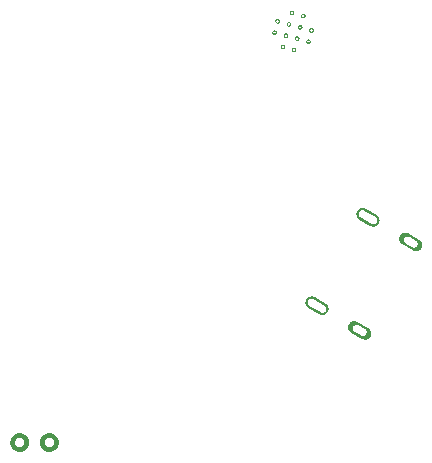
<source format=gbr>
%TF.GenerationSoftware,Flux,Pcbnew,7.0.11-7.0.11~ubuntu20.04.1*%
%TF.CreationDate,2024-08-16T10:10:55+00:00*%
%TF.ProjectId,input,696e7075-742e-46b6-9963-61645f706362,rev?*%
%TF.SameCoordinates,Original*%
%TF.FileFunction,Soldermask,Bot*%
%TF.FilePolarity,Negative*%
%FSLAX46Y46*%
G04 Gerber Fmt 4.6, Leading zero omitted, Abs format (unit mm)*
G04 Filename: betterflipperzero*
G04 Build it with Flux! Visit our site at: https://www.flux.ai (PCBNEW 7.0.11-7.0.11~ubuntu20.04.1) date 2024-08-16 10:10:55*
%MOMM*%
%LPD*%
G01*
G04 APERTURE LIST*
G04 APERTURE END LIST*
%TO.C,*%
G36*
X27417752Y-19842968D02*
G01*
X27456829Y-19846816D01*
X27495670Y-19852578D01*
X27534181Y-19860238D01*
X27572270Y-19869779D01*
X27609845Y-19881177D01*
X27646816Y-19894406D01*
X27683093Y-19909432D01*
X27718589Y-19926221D01*
X27753219Y-19944730D01*
X27786898Y-19964917D01*
X27819547Y-19986732D01*
X27851085Y-20010123D01*
X27881438Y-20035033D01*
X27910532Y-20061402D01*
X27938298Y-20089168D01*
X27964667Y-20118262D01*
X27989577Y-20148615D01*
X28012968Y-20180153D01*
X28034783Y-20212802D01*
X28054970Y-20246481D01*
X28073479Y-20281111D01*
X28090268Y-20316607D01*
X28105294Y-20352884D01*
X28118523Y-20389855D01*
X28129921Y-20427430D01*
X28139462Y-20465519D01*
X28147122Y-20504030D01*
X28152884Y-20542871D01*
X28156732Y-20581948D01*
X28158659Y-20621167D01*
X28158659Y-20660433D01*
X28156732Y-20699652D01*
X28152884Y-20738729D01*
X28147122Y-20777570D01*
X28139462Y-20816081D01*
X28129921Y-20854170D01*
X28118523Y-20891745D01*
X28105294Y-20928716D01*
X28090268Y-20964993D01*
X28073479Y-21000489D01*
X28054970Y-21035119D01*
X28034783Y-21068798D01*
X28012968Y-21101447D01*
X27989577Y-21132985D01*
X27964667Y-21163338D01*
X27938298Y-21192432D01*
X27910532Y-21220198D01*
X27881438Y-21246567D01*
X27851085Y-21271477D01*
X27819547Y-21294868D01*
X27786898Y-21316683D01*
X27753219Y-21336870D01*
X27718589Y-21355379D01*
X27683093Y-21372168D01*
X27646816Y-21387194D01*
X27609845Y-21400423D01*
X27572270Y-21411821D01*
X27534181Y-21421362D01*
X27495670Y-21429022D01*
X27456829Y-21434784D01*
X27417752Y-21438632D01*
X27378533Y-21440559D01*
X27339267Y-21440559D01*
X27300048Y-21438632D01*
X27260971Y-21434784D01*
X27222130Y-21429022D01*
X27183619Y-21421362D01*
X27145530Y-21411821D01*
X27107955Y-21400423D01*
X27070984Y-21387194D01*
X27034707Y-21372168D01*
X26999211Y-21355379D01*
X26964581Y-21336870D01*
X26930902Y-21316683D01*
X26898253Y-21294868D01*
X26866715Y-21271477D01*
X26836362Y-21246567D01*
X26807268Y-21220198D01*
X26779502Y-21192432D01*
X26753133Y-21163338D01*
X26728223Y-21132985D01*
X26704832Y-21101447D01*
X26683017Y-21068798D01*
X26662830Y-21035119D01*
X26644321Y-21000489D01*
X26627532Y-20964993D01*
X26612506Y-20928716D01*
X26599277Y-20891745D01*
X26587879Y-20854170D01*
X26578338Y-20816081D01*
X26570678Y-20777570D01*
X26564916Y-20738729D01*
X26561068Y-20699652D01*
X26559141Y-20660433D01*
X26559141Y-20650616D01*
X26959020Y-20650616D01*
X26959984Y-20670226D01*
X26961908Y-20689764D01*
X26964789Y-20709185D01*
X26968619Y-20728440D01*
X26973390Y-20747485D01*
X26979089Y-20766273D01*
X26985703Y-20784758D01*
X26993216Y-20802897D01*
X27001610Y-20820645D01*
X27010865Y-20837959D01*
X27020959Y-20854799D01*
X27031866Y-20871123D01*
X27043561Y-20886893D01*
X27056016Y-20902069D01*
X27069201Y-20916616D01*
X27083084Y-20930499D01*
X27097631Y-20943684D01*
X27112807Y-20956139D01*
X27128577Y-20967834D01*
X27144901Y-20978741D01*
X27161741Y-20988835D01*
X27179055Y-20998090D01*
X27196803Y-21006484D01*
X27214942Y-21013997D01*
X27233427Y-21020611D01*
X27252215Y-21026310D01*
X27271260Y-21031081D01*
X27290515Y-21034911D01*
X27309936Y-21037792D01*
X27329474Y-21039716D01*
X27349084Y-21040680D01*
X27368716Y-21040680D01*
X27388326Y-21039716D01*
X27407864Y-21037792D01*
X27427285Y-21034911D01*
X27446540Y-21031081D01*
X27465585Y-21026310D01*
X27484373Y-21020611D01*
X27502858Y-21013997D01*
X27520997Y-21006484D01*
X27538745Y-20998090D01*
X27556059Y-20988835D01*
X27572899Y-20978741D01*
X27589223Y-20967834D01*
X27604993Y-20956139D01*
X27620169Y-20943684D01*
X27634716Y-20930499D01*
X27648599Y-20916616D01*
X27661784Y-20902069D01*
X27674239Y-20886893D01*
X27685934Y-20871123D01*
X27696841Y-20854799D01*
X27706935Y-20837959D01*
X27716190Y-20820645D01*
X27724584Y-20802897D01*
X27732097Y-20784758D01*
X27738711Y-20766273D01*
X27744410Y-20747485D01*
X27749181Y-20728440D01*
X27753011Y-20709185D01*
X27755892Y-20689764D01*
X27757816Y-20670226D01*
X27758780Y-20650616D01*
X27758780Y-20630984D01*
X27757816Y-20611374D01*
X27755892Y-20591836D01*
X27753011Y-20572415D01*
X27749181Y-20553160D01*
X27744410Y-20534115D01*
X27738711Y-20515327D01*
X27732097Y-20496842D01*
X27724584Y-20478703D01*
X27716190Y-20460955D01*
X27706935Y-20443641D01*
X27696841Y-20426801D01*
X27685934Y-20410477D01*
X27674239Y-20394707D01*
X27661784Y-20379531D01*
X27648599Y-20364984D01*
X27634716Y-20351101D01*
X27620169Y-20337916D01*
X27604993Y-20325461D01*
X27589223Y-20313766D01*
X27572899Y-20302859D01*
X27556059Y-20292765D01*
X27538745Y-20283510D01*
X27520997Y-20275116D01*
X27502858Y-20267603D01*
X27484373Y-20260989D01*
X27465585Y-20255290D01*
X27446540Y-20250519D01*
X27427285Y-20246689D01*
X27407864Y-20243808D01*
X27388326Y-20241884D01*
X27368716Y-20240920D01*
X27349084Y-20240920D01*
X27329474Y-20241884D01*
X27309936Y-20243808D01*
X27290515Y-20246689D01*
X27271260Y-20250519D01*
X27252215Y-20255290D01*
X27233427Y-20260989D01*
X27214942Y-20267603D01*
X27196803Y-20275116D01*
X27179055Y-20283510D01*
X27161741Y-20292765D01*
X27144901Y-20302859D01*
X27128577Y-20313766D01*
X27112807Y-20325461D01*
X27097631Y-20337916D01*
X27083084Y-20351101D01*
X27069201Y-20364984D01*
X27056016Y-20379531D01*
X27043561Y-20394707D01*
X27031866Y-20410477D01*
X27020959Y-20426801D01*
X27010865Y-20443641D01*
X27001610Y-20460955D01*
X26993216Y-20478703D01*
X26985703Y-20496842D01*
X26979089Y-20515327D01*
X26973390Y-20534115D01*
X26968619Y-20553160D01*
X26964789Y-20572415D01*
X26961908Y-20591836D01*
X26959984Y-20611374D01*
X26959020Y-20630984D01*
X26959020Y-20650616D01*
X26559141Y-20650616D01*
X26559141Y-20621167D01*
X26561068Y-20581948D01*
X26564916Y-20542871D01*
X26570678Y-20504030D01*
X26578338Y-20465519D01*
X26587879Y-20427430D01*
X26599277Y-20389855D01*
X26612506Y-20352884D01*
X26627532Y-20316607D01*
X26644321Y-20281111D01*
X26662830Y-20246481D01*
X26683017Y-20212802D01*
X26704832Y-20180153D01*
X26728223Y-20148615D01*
X26753133Y-20118262D01*
X26779502Y-20089168D01*
X26807268Y-20061402D01*
X26836362Y-20035033D01*
X26866715Y-20010123D01*
X26898253Y-19986732D01*
X26930902Y-19964917D01*
X26964581Y-19944730D01*
X26999211Y-19926221D01*
X27034707Y-19909432D01*
X27070984Y-19894406D01*
X27107955Y-19881177D01*
X27145530Y-19869779D01*
X27183619Y-19860238D01*
X27222130Y-19852578D01*
X27260971Y-19846816D01*
X27300048Y-19842968D01*
X27339267Y-19841041D01*
X27378533Y-19841041D01*
X27417752Y-19842968D01*
G37*
G36*
X29917752Y-19842968D02*
G01*
X29956829Y-19846816D01*
X29995670Y-19852578D01*
X30034181Y-19860238D01*
X30072270Y-19869779D01*
X30109845Y-19881177D01*
X30146816Y-19894406D01*
X30183093Y-19909432D01*
X30218589Y-19926221D01*
X30253219Y-19944730D01*
X30286898Y-19964917D01*
X30319547Y-19986732D01*
X30351085Y-20010123D01*
X30381438Y-20035033D01*
X30410532Y-20061402D01*
X30438298Y-20089168D01*
X30464667Y-20118262D01*
X30489577Y-20148615D01*
X30512968Y-20180153D01*
X30534783Y-20212802D01*
X30554970Y-20246481D01*
X30573479Y-20281111D01*
X30590268Y-20316607D01*
X30605294Y-20352884D01*
X30618523Y-20389855D01*
X30629921Y-20427430D01*
X30639462Y-20465519D01*
X30647122Y-20504030D01*
X30652884Y-20542871D01*
X30656732Y-20581948D01*
X30658659Y-20621167D01*
X30658659Y-20660433D01*
X30656732Y-20699652D01*
X30652884Y-20738729D01*
X30647122Y-20777570D01*
X30639462Y-20816081D01*
X30629921Y-20854170D01*
X30618523Y-20891745D01*
X30605294Y-20928716D01*
X30590268Y-20964993D01*
X30573479Y-21000489D01*
X30554970Y-21035119D01*
X30534783Y-21068798D01*
X30512968Y-21101447D01*
X30489577Y-21132985D01*
X30464667Y-21163338D01*
X30438298Y-21192432D01*
X30410532Y-21220198D01*
X30381438Y-21246567D01*
X30351085Y-21271477D01*
X30319547Y-21294868D01*
X30286898Y-21316683D01*
X30253219Y-21336870D01*
X30218589Y-21355379D01*
X30183093Y-21372168D01*
X30146816Y-21387194D01*
X30109845Y-21400423D01*
X30072270Y-21411821D01*
X30034181Y-21421362D01*
X29995670Y-21429022D01*
X29956829Y-21434784D01*
X29917752Y-21438632D01*
X29878533Y-21440559D01*
X29839267Y-21440559D01*
X29800048Y-21438632D01*
X29760971Y-21434784D01*
X29722130Y-21429022D01*
X29683619Y-21421362D01*
X29645530Y-21411821D01*
X29607955Y-21400423D01*
X29570984Y-21387194D01*
X29534707Y-21372168D01*
X29499211Y-21355379D01*
X29464581Y-21336870D01*
X29430902Y-21316683D01*
X29398253Y-21294868D01*
X29366715Y-21271477D01*
X29336362Y-21246567D01*
X29307268Y-21220198D01*
X29279502Y-21192432D01*
X29253133Y-21163338D01*
X29228223Y-21132985D01*
X29204832Y-21101447D01*
X29183017Y-21068798D01*
X29162830Y-21035119D01*
X29144321Y-21000489D01*
X29127532Y-20964993D01*
X29112506Y-20928716D01*
X29099277Y-20891745D01*
X29087879Y-20854170D01*
X29078338Y-20816081D01*
X29070678Y-20777570D01*
X29064916Y-20738729D01*
X29061068Y-20699652D01*
X29059141Y-20660433D01*
X29059141Y-20650616D01*
X29459020Y-20650616D01*
X29459984Y-20670226D01*
X29461908Y-20689764D01*
X29464789Y-20709185D01*
X29468619Y-20728440D01*
X29473390Y-20747485D01*
X29479089Y-20766273D01*
X29485703Y-20784758D01*
X29493216Y-20802897D01*
X29501610Y-20820645D01*
X29510865Y-20837959D01*
X29520959Y-20854799D01*
X29531866Y-20871123D01*
X29543561Y-20886893D01*
X29556016Y-20902069D01*
X29569201Y-20916616D01*
X29583084Y-20930499D01*
X29597631Y-20943684D01*
X29612807Y-20956139D01*
X29628577Y-20967834D01*
X29644901Y-20978741D01*
X29661741Y-20988835D01*
X29679055Y-20998090D01*
X29696803Y-21006484D01*
X29714942Y-21013997D01*
X29733427Y-21020611D01*
X29752215Y-21026310D01*
X29771260Y-21031081D01*
X29790515Y-21034911D01*
X29809936Y-21037792D01*
X29829474Y-21039716D01*
X29849084Y-21040680D01*
X29868716Y-21040680D01*
X29888326Y-21039716D01*
X29907864Y-21037792D01*
X29927285Y-21034911D01*
X29946540Y-21031081D01*
X29965585Y-21026310D01*
X29984373Y-21020611D01*
X30002858Y-21013997D01*
X30020997Y-21006484D01*
X30038745Y-20998090D01*
X30056059Y-20988835D01*
X30072899Y-20978741D01*
X30089223Y-20967834D01*
X30104993Y-20956139D01*
X30120169Y-20943684D01*
X30134716Y-20930499D01*
X30148599Y-20916616D01*
X30161784Y-20902069D01*
X30174239Y-20886893D01*
X30185934Y-20871123D01*
X30196841Y-20854799D01*
X30206935Y-20837959D01*
X30216190Y-20820645D01*
X30224584Y-20802897D01*
X30232097Y-20784758D01*
X30238711Y-20766273D01*
X30244410Y-20747485D01*
X30249181Y-20728440D01*
X30253011Y-20709185D01*
X30255892Y-20689764D01*
X30257816Y-20670226D01*
X30258780Y-20650616D01*
X30258780Y-20630984D01*
X30257816Y-20611374D01*
X30255892Y-20591836D01*
X30253011Y-20572415D01*
X30249181Y-20553160D01*
X30244410Y-20534115D01*
X30238711Y-20515327D01*
X30232097Y-20496842D01*
X30224584Y-20478703D01*
X30216190Y-20460955D01*
X30206935Y-20443641D01*
X30196841Y-20426801D01*
X30185934Y-20410477D01*
X30174239Y-20394707D01*
X30161784Y-20379531D01*
X30148599Y-20364984D01*
X30134716Y-20351101D01*
X30120169Y-20337916D01*
X30104993Y-20325461D01*
X30089223Y-20313766D01*
X30072899Y-20302859D01*
X30056059Y-20292765D01*
X30038745Y-20283510D01*
X30020997Y-20275116D01*
X30002858Y-20267603D01*
X29984373Y-20260989D01*
X29965585Y-20255290D01*
X29946540Y-20250519D01*
X29927285Y-20246689D01*
X29907864Y-20243808D01*
X29888326Y-20241884D01*
X29868716Y-20240920D01*
X29849084Y-20240920D01*
X29829474Y-20241884D01*
X29809936Y-20243808D01*
X29790515Y-20246689D01*
X29771260Y-20250519D01*
X29752215Y-20255290D01*
X29733427Y-20260989D01*
X29714942Y-20267603D01*
X29696803Y-20275116D01*
X29679055Y-20283510D01*
X29661741Y-20292765D01*
X29644901Y-20302859D01*
X29628577Y-20313766D01*
X29612807Y-20325461D01*
X29597631Y-20337916D01*
X29583084Y-20351101D01*
X29569201Y-20364984D01*
X29556016Y-20379531D01*
X29543561Y-20394707D01*
X29531866Y-20410477D01*
X29520959Y-20426801D01*
X29510865Y-20443641D01*
X29501610Y-20460955D01*
X29493216Y-20478703D01*
X29485703Y-20496842D01*
X29479089Y-20515327D01*
X29473390Y-20534115D01*
X29468619Y-20553160D01*
X29464789Y-20572415D01*
X29461908Y-20591836D01*
X29459984Y-20611374D01*
X29459020Y-20630984D01*
X29459020Y-20650616D01*
X29059141Y-20650616D01*
X29059141Y-20621167D01*
X29061068Y-20581948D01*
X29064916Y-20542871D01*
X29070678Y-20504030D01*
X29078338Y-20465519D01*
X29087879Y-20427430D01*
X29099277Y-20389855D01*
X29112506Y-20352884D01*
X29127532Y-20316607D01*
X29144321Y-20281111D01*
X29162830Y-20246481D01*
X29183017Y-20212802D01*
X29204832Y-20180153D01*
X29228223Y-20148615D01*
X29253133Y-20118262D01*
X29279502Y-20089168D01*
X29307268Y-20061402D01*
X29336362Y-20035033D01*
X29366715Y-20010123D01*
X29398253Y-19986732D01*
X29430902Y-19964917D01*
X29464581Y-19944730D01*
X29499211Y-19926221D01*
X29534707Y-19909432D01*
X29570984Y-19894406D01*
X29607955Y-19881177D01*
X29645530Y-19869779D01*
X29683619Y-19860238D01*
X29722130Y-19852578D01*
X29760971Y-19846816D01*
X29800048Y-19842968D01*
X29839267Y-19841041D01*
X29878533Y-19841041D01*
X29917752Y-19842968D01*
G37*
G36*
X56418386Y-787935D02*
G01*
X56444068Y-790040D01*
X56469616Y-793404D01*
X56494968Y-798017D01*
X56520063Y-803868D01*
X56544841Y-810944D01*
X56569241Y-819227D01*
X56593206Y-828697D01*
X56616678Y-839332D01*
X56639599Y-851105D01*
X57571242Y-1388990D01*
X57592899Y-1402953D01*
X57613844Y-1417963D01*
X57634028Y-1433982D01*
X57653402Y-1450972D01*
X57671919Y-1468892D01*
X57689534Y-1487700D01*
X57706205Y-1507349D01*
X57721891Y-1527792D01*
X57736556Y-1548980D01*
X57750163Y-1570863D01*
X57762681Y-1593387D01*
X57774078Y-1616498D01*
X57784327Y-1640140D01*
X57793404Y-1664257D01*
X57801287Y-1688790D01*
X57807956Y-1713680D01*
X57813396Y-1738867D01*
X57817593Y-1764292D01*
X57820538Y-1789891D01*
X57822224Y-1815604D01*
X57822645Y-1841369D01*
X57821802Y-1867123D01*
X57819696Y-1892806D01*
X57816333Y-1918353D01*
X57811720Y-1943705D01*
X57805869Y-1968801D01*
X57798793Y-1993578D01*
X57790510Y-2017979D01*
X57781040Y-2041944D01*
X57770405Y-2065415D01*
X57758631Y-2088337D01*
X57745747Y-2110653D01*
X57731784Y-2132310D01*
X57716774Y-2153255D01*
X57700755Y-2173439D01*
X57683765Y-2192813D01*
X57665844Y-2211330D01*
X57647037Y-2228945D01*
X57627388Y-2245616D01*
X57606945Y-2261302D01*
X57585756Y-2275967D01*
X57563874Y-2289574D01*
X57541350Y-2302092D01*
X57518239Y-2313489D01*
X57494597Y-2323738D01*
X57470480Y-2332815D01*
X57445947Y-2340697D01*
X57421057Y-2347367D01*
X57395869Y-2352807D01*
X57370445Y-2357004D01*
X57344846Y-2359949D01*
X57319133Y-2361635D01*
X57293368Y-2362056D01*
X57267613Y-2361213D01*
X57241931Y-2359107D01*
X57216383Y-2355744D01*
X57191031Y-2351131D01*
X57165936Y-2345280D01*
X57141158Y-2338204D01*
X57116758Y-2329921D01*
X57092793Y-2320451D01*
X57069321Y-2309816D01*
X57046400Y-2298042D01*
X57024084Y-2285158D01*
X56114757Y-1760158D01*
X56093100Y-1746195D01*
X56072155Y-1731185D01*
X56051971Y-1715166D01*
X56032597Y-1698176D01*
X56014080Y-1680255D01*
X55996465Y-1661448D01*
X55979795Y-1641799D01*
X55964108Y-1621356D01*
X55949443Y-1600167D01*
X55935836Y-1578285D01*
X55923318Y-1555761D01*
X55911921Y-1532650D01*
X55901672Y-1509008D01*
X55892595Y-1484891D01*
X55884713Y-1460358D01*
X55878043Y-1435468D01*
X55872603Y-1410280D01*
X55868406Y-1384856D01*
X55865461Y-1359257D01*
X55863775Y-1333544D01*
X55863354Y-1307779D01*
X55863710Y-1296915D01*
X56041696Y-1296915D01*
X56041957Y-1312865D01*
X56043001Y-1328782D01*
X56044824Y-1344630D01*
X56047422Y-1360368D01*
X56050790Y-1375961D01*
X56054919Y-1391369D01*
X56059798Y-1406556D01*
X56065417Y-1421485D01*
X56071762Y-1436121D01*
X56078817Y-1450428D01*
X56086566Y-1464371D01*
X56094990Y-1477917D01*
X56104068Y-1491034D01*
X56113779Y-1503689D01*
X56124099Y-1515853D01*
X56135003Y-1527496D01*
X56146466Y-1538589D01*
X56158459Y-1549107D01*
X56170954Y-1559024D01*
X56183921Y-1568315D01*
X56197327Y-1576959D01*
X57149955Y-2126959D01*
X57163770Y-2134935D01*
X57177959Y-2142224D01*
X57192489Y-2148807D01*
X57207325Y-2154670D01*
X57222430Y-2159797D01*
X57237768Y-2164177D01*
X57253303Y-2167800D01*
X57268998Y-2170655D01*
X57284813Y-2172737D01*
X57300711Y-2174041D01*
X57316655Y-2174563D01*
X57332604Y-2174302D01*
X57348522Y-2173259D01*
X57364369Y-2171436D01*
X57380108Y-2168837D01*
X57395700Y-2165469D01*
X57411108Y-2161341D01*
X57426296Y-2156461D01*
X57441225Y-2150842D01*
X57455861Y-2144497D01*
X57470167Y-2137442D01*
X57484111Y-2129693D01*
X57497657Y-2121270D01*
X57510774Y-2112191D01*
X57523429Y-2102481D01*
X57535593Y-2092160D01*
X57547235Y-2081256D01*
X57558329Y-2069793D01*
X57568847Y-2057800D01*
X57578763Y-2045305D01*
X57588055Y-2032339D01*
X57596699Y-2018932D01*
X57604675Y-2005118D01*
X57611963Y-1990928D01*
X57618547Y-1976398D01*
X57624409Y-1961563D01*
X57629537Y-1946458D01*
X57633917Y-1931119D01*
X57637539Y-1915584D01*
X57640395Y-1899890D01*
X57642477Y-1884074D01*
X57643781Y-1868176D01*
X57644303Y-1852233D01*
X57644042Y-1836283D01*
X57642998Y-1820365D01*
X57641175Y-1804518D01*
X57638577Y-1788779D01*
X57635209Y-1773187D01*
X57631081Y-1757779D01*
X57626201Y-1742592D01*
X57620582Y-1727662D01*
X57614237Y-1713027D01*
X57607182Y-1698720D01*
X57599433Y-1684777D01*
X57591009Y-1671230D01*
X57581931Y-1658114D01*
X57572220Y-1645458D01*
X57561900Y-1633295D01*
X57550996Y-1621652D01*
X57539533Y-1610558D01*
X57527540Y-1600041D01*
X57515045Y-1590124D01*
X57502079Y-1580832D01*
X57488672Y-1572188D01*
X56522229Y-1014212D01*
X56508040Y-1006924D01*
X56493510Y-1000341D01*
X56478675Y-994478D01*
X56463569Y-989350D01*
X56448231Y-984970D01*
X56432696Y-981348D01*
X56417001Y-978492D01*
X56401186Y-976410D01*
X56385288Y-975107D01*
X56369344Y-974585D01*
X56353395Y-974846D01*
X56337477Y-975889D01*
X56321630Y-977712D01*
X56305891Y-980311D01*
X56290299Y-983678D01*
X56274891Y-987807D01*
X56259703Y-992687D01*
X56244774Y-998306D01*
X56230138Y-1004650D01*
X56215832Y-1011706D01*
X56201888Y-1019454D01*
X56188342Y-1027878D01*
X56175225Y-1036956D01*
X56162570Y-1046667D01*
X56150406Y-1056987D01*
X56138764Y-1067892D01*
X56127670Y-1079354D01*
X56117152Y-1091348D01*
X56107236Y-1103842D01*
X56097944Y-1116809D01*
X56089300Y-1130215D01*
X56081324Y-1144030D01*
X56074036Y-1158219D01*
X56067452Y-1172749D01*
X56061590Y-1187585D01*
X56056462Y-1202690D01*
X56052082Y-1218029D01*
X56048460Y-1233564D01*
X56045604Y-1249258D01*
X56043522Y-1265073D01*
X56042218Y-1280972D01*
X56041696Y-1296915D01*
X55863710Y-1296915D01*
X55864197Y-1282024D01*
X55866303Y-1256342D01*
X55869666Y-1230794D01*
X55874279Y-1205442D01*
X55880130Y-1180347D01*
X55887206Y-1155569D01*
X55895489Y-1131169D01*
X55904959Y-1107204D01*
X55915594Y-1083732D01*
X55927368Y-1060811D01*
X55940252Y-1038495D01*
X55954215Y-1016838D01*
X55969225Y-995892D01*
X55985244Y-975708D01*
X56002234Y-956335D01*
X56020155Y-937818D01*
X56038962Y-920203D01*
X56058611Y-903532D01*
X56079054Y-887845D01*
X56100243Y-873181D01*
X56122125Y-859573D01*
X56144649Y-847056D01*
X56167760Y-835659D01*
X56191402Y-825410D01*
X56215519Y-816333D01*
X56240052Y-808450D01*
X56264942Y-801781D01*
X56290130Y-796341D01*
X56315554Y-792143D01*
X56341153Y-789198D01*
X56366866Y-787513D01*
X56392631Y-787091D01*
X56418386Y-787935D01*
G37*
G36*
X52098404Y-8270405D02*
G01*
X52124086Y-8272510D01*
X52149634Y-8275874D01*
X52174986Y-8280487D01*
X52200081Y-8286338D01*
X52224859Y-8293414D01*
X52249260Y-8301697D01*
X52273225Y-8311167D01*
X52296696Y-8321802D01*
X52319617Y-8333575D01*
X53251260Y-8871460D01*
X53272917Y-8885423D01*
X53293863Y-8900433D01*
X53314047Y-8916452D01*
X53333420Y-8933442D01*
X53351937Y-8951362D01*
X53369552Y-8970170D01*
X53386223Y-8989819D01*
X53401910Y-9010262D01*
X53416574Y-9031451D01*
X53430182Y-9053333D01*
X53442699Y-9075857D01*
X53454096Y-9098968D01*
X53464345Y-9122610D01*
X53473422Y-9146727D01*
X53481305Y-9171260D01*
X53487974Y-9196150D01*
X53493414Y-9221337D01*
X53497612Y-9246762D01*
X53500557Y-9272361D01*
X53502242Y-9298074D01*
X53502664Y-9323839D01*
X53501821Y-9349593D01*
X53499715Y-9375276D01*
X53496351Y-9400823D01*
X53491738Y-9426175D01*
X53485887Y-9451271D01*
X53478811Y-9476048D01*
X53470528Y-9500449D01*
X53461058Y-9524414D01*
X53450423Y-9547886D01*
X53438650Y-9570807D01*
X53425766Y-9593123D01*
X53411802Y-9614780D01*
X53396792Y-9635725D01*
X53380773Y-9655909D01*
X53363783Y-9675283D01*
X53345863Y-9693800D01*
X53327055Y-9711415D01*
X53307406Y-9728086D01*
X53286963Y-9743772D01*
X53265775Y-9758437D01*
X53243892Y-9772044D01*
X53221368Y-9784562D01*
X53198257Y-9795959D01*
X53174615Y-9806208D01*
X53150498Y-9815285D01*
X53125965Y-9823168D01*
X53101075Y-9829837D01*
X53075888Y-9835277D01*
X53050464Y-9839474D01*
X53024864Y-9842419D01*
X52999151Y-9844105D01*
X52973386Y-9844526D01*
X52947632Y-9843683D01*
X52921949Y-9841577D01*
X52896402Y-9838214D01*
X52871050Y-9833601D01*
X52845954Y-9827750D01*
X52821177Y-9820674D01*
X52796776Y-9812391D01*
X52772811Y-9802921D01*
X52749340Y-9792286D01*
X52726418Y-9780512D01*
X52704102Y-9767628D01*
X51794776Y-9242628D01*
X51773119Y-9228665D01*
X51752173Y-9213655D01*
X51731989Y-9197636D01*
X51712615Y-9180646D01*
X51694099Y-9162725D01*
X51676484Y-9143918D01*
X51659813Y-9124269D01*
X51644126Y-9103826D01*
X51629461Y-9082637D01*
X51615854Y-9060755D01*
X51603337Y-9038231D01*
X51591940Y-9015120D01*
X51581690Y-8991478D01*
X51572613Y-8967361D01*
X51564731Y-8942828D01*
X51558062Y-8917938D01*
X51552622Y-8892750D01*
X51548424Y-8867326D01*
X51545479Y-8841727D01*
X51543794Y-8816014D01*
X51543372Y-8790249D01*
X51543728Y-8779385D01*
X51721715Y-8779385D01*
X51721976Y-8795335D01*
X51723019Y-8811252D01*
X51724842Y-8827100D01*
X51727441Y-8842838D01*
X51730808Y-8858431D01*
X51734937Y-8873839D01*
X51739817Y-8889026D01*
X51745436Y-8903955D01*
X51751780Y-8918591D01*
X51758836Y-8932898D01*
X51766584Y-8946841D01*
X51775008Y-8960387D01*
X51784086Y-8973504D01*
X51793797Y-8986159D01*
X51804117Y-8998323D01*
X51815022Y-9009966D01*
X51826484Y-9021059D01*
X51838478Y-9031577D01*
X51850972Y-9041494D01*
X51863939Y-9050785D01*
X51877345Y-9059429D01*
X52829973Y-9609429D01*
X52843788Y-9617405D01*
X52857977Y-9624694D01*
X52872507Y-9631277D01*
X52887343Y-9637140D01*
X52902448Y-9642267D01*
X52917787Y-9646647D01*
X52933322Y-9650270D01*
X52949016Y-9653125D01*
X52964831Y-9655207D01*
X52980730Y-9656511D01*
X52996673Y-9657033D01*
X53012623Y-9656772D01*
X53028540Y-9655729D01*
X53044388Y-9653906D01*
X53060126Y-9651307D01*
X53075719Y-9647940D01*
X53091127Y-9643811D01*
X53106314Y-9638931D01*
X53121243Y-9633312D01*
X53135879Y-9626967D01*
X53150186Y-9619912D01*
X53164129Y-9612163D01*
X53177675Y-9603740D01*
X53190792Y-9594661D01*
X53203447Y-9584951D01*
X53215611Y-9574631D01*
X53227254Y-9563726D01*
X53238347Y-9552263D01*
X53248865Y-9540270D01*
X53258782Y-9527775D01*
X53268073Y-9514809D01*
X53276717Y-9501402D01*
X53284693Y-9487588D01*
X53291982Y-9473398D01*
X53298565Y-9458868D01*
X53304428Y-9444033D01*
X53309555Y-9428928D01*
X53313935Y-9413589D01*
X53317558Y-9398054D01*
X53320413Y-9382360D01*
X53322495Y-9366544D01*
X53323799Y-9350646D01*
X53324321Y-9334703D01*
X53324060Y-9318753D01*
X53323017Y-9302835D01*
X53321194Y-9286988D01*
X53318595Y-9271249D01*
X53315227Y-9255657D01*
X53311099Y-9240249D01*
X53306219Y-9225062D01*
X53300600Y-9210132D01*
X53294255Y-9195497D01*
X53287200Y-9181190D01*
X53279451Y-9167247D01*
X53271028Y-9153700D01*
X53261949Y-9140584D01*
X53252239Y-9127928D01*
X53241918Y-9115765D01*
X53231014Y-9104122D01*
X53219551Y-9093028D01*
X53207558Y-9082511D01*
X53195063Y-9072594D01*
X53182097Y-9063303D01*
X53168690Y-9054658D01*
X52202248Y-8496682D01*
X52188058Y-8489394D01*
X52173528Y-8482811D01*
X52158693Y-8476948D01*
X52143588Y-8471821D01*
X52128249Y-8467440D01*
X52112714Y-8463818D01*
X52097020Y-8460962D01*
X52081204Y-8458880D01*
X52065306Y-8457577D01*
X52049363Y-8457055D01*
X52033413Y-8457316D01*
X52017495Y-8458359D01*
X52001648Y-8460182D01*
X51985909Y-8462781D01*
X51970317Y-8466148D01*
X51954909Y-8470277D01*
X51939722Y-8475157D01*
X51924792Y-8480776D01*
X51910157Y-8487120D01*
X51895850Y-8494176D01*
X51881907Y-8501924D01*
X51868360Y-8510348D01*
X51855244Y-8519426D01*
X51842588Y-8529137D01*
X51830425Y-8539457D01*
X51818782Y-8550362D01*
X51807688Y-8561824D01*
X51797171Y-8573818D01*
X51787254Y-8586312D01*
X51777962Y-8599279D01*
X51769318Y-8612686D01*
X51761342Y-8626500D01*
X51754054Y-8640690D01*
X51747471Y-8655219D01*
X51741608Y-8670055D01*
X51736481Y-8685160D01*
X51732100Y-8700499D01*
X51728478Y-8716034D01*
X51725622Y-8731728D01*
X51723540Y-8747543D01*
X51722237Y-8763442D01*
X51721715Y-8779385D01*
X51543728Y-8779385D01*
X51544215Y-8764494D01*
X51546321Y-8738812D01*
X51549684Y-8713264D01*
X51554297Y-8687912D01*
X51560149Y-8662817D01*
X51567224Y-8638039D01*
X51575507Y-8613639D01*
X51584978Y-8589674D01*
X51595612Y-8566202D01*
X51607386Y-8543281D01*
X51620270Y-8520965D01*
X51634234Y-8499308D01*
X51649243Y-8478362D01*
X51665262Y-8458178D01*
X51682253Y-8438805D01*
X51700173Y-8420288D01*
X51718980Y-8402673D01*
X51738629Y-8386002D01*
X51759073Y-8370315D01*
X51780261Y-8355651D01*
X51802144Y-8342043D01*
X51824667Y-8329526D01*
X51847778Y-8318129D01*
X51871421Y-8307880D01*
X51895537Y-8298803D01*
X51920070Y-8290920D01*
X51944961Y-8284251D01*
X51970148Y-8278811D01*
X51995572Y-8274613D01*
X52021172Y-8271668D01*
X52046885Y-8269983D01*
X52072650Y-8269561D01*
X52098404Y-8270405D01*
G37*
G36*
X55718395Y-10360396D02*
G01*
X55744078Y-10362502D01*
X55769625Y-10365865D01*
X55794977Y-10370478D01*
X55820073Y-10376329D01*
X55844850Y-10383405D01*
X55869251Y-10391688D01*
X55893216Y-10401158D01*
X55916687Y-10411793D01*
X55939609Y-10423567D01*
X56871251Y-10961451D01*
X56892908Y-10975414D01*
X56913854Y-10990424D01*
X56934038Y-11006443D01*
X56953412Y-11023433D01*
X56971928Y-11041353D01*
X56989543Y-11060161D01*
X57006214Y-11079810D01*
X57021901Y-11100253D01*
X57036566Y-11121442D01*
X57050173Y-11143324D01*
X57062690Y-11165848D01*
X57074087Y-11188959D01*
X57084337Y-11212601D01*
X57093414Y-11236718D01*
X57101296Y-11261251D01*
X57107965Y-11286141D01*
X57113405Y-11311329D01*
X57117603Y-11336753D01*
X57120548Y-11362352D01*
X57122233Y-11388065D01*
X57122655Y-11413830D01*
X57121812Y-11439585D01*
X57119706Y-11465267D01*
X57116343Y-11490815D01*
X57111730Y-11516167D01*
X57105878Y-11541262D01*
X57098803Y-11566040D01*
X57090520Y-11590440D01*
X57081049Y-11614405D01*
X57070415Y-11637877D01*
X57058641Y-11660798D01*
X57045757Y-11683114D01*
X57031793Y-11704771D01*
X57016784Y-11725717D01*
X57000765Y-11745901D01*
X56983774Y-11765274D01*
X56965854Y-11783791D01*
X56947047Y-11801406D01*
X56927398Y-11818077D01*
X56906954Y-11833763D01*
X56885766Y-11848428D01*
X56863883Y-11862036D01*
X56841360Y-11874553D01*
X56818249Y-11885950D01*
X56794606Y-11896199D01*
X56770490Y-11905276D01*
X56745957Y-11913159D01*
X56721066Y-11919828D01*
X56695879Y-11925268D01*
X56670455Y-11929466D01*
X56644855Y-11932411D01*
X56619142Y-11934096D01*
X56593377Y-11934517D01*
X56567623Y-11933674D01*
X56541941Y-11931569D01*
X56516393Y-11928205D01*
X56491041Y-11923592D01*
X56465946Y-11917741D01*
X56441168Y-11910665D01*
X56416767Y-11902382D01*
X56392802Y-11892912D01*
X56369331Y-11882277D01*
X56346410Y-11870504D01*
X56324094Y-11857619D01*
X55414767Y-11332619D01*
X55393110Y-11318656D01*
X55372164Y-11303646D01*
X55351980Y-11287627D01*
X55332607Y-11270637D01*
X55314090Y-11252717D01*
X55296475Y-11233909D01*
X55279804Y-11214260D01*
X55264117Y-11193817D01*
X55249453Y-11172628D01*
X55235845Y-11150746D01*
X55223328Y-11128222D01*
X55211931Y-11105111D01*
X55201682Y-11081469D01*
X55192605Y-11057352D01*
X55184722Y-11032819D01*
X55178053Y-11007929D01*
X55175126Y-10994376D01*
X55558212Y-10994376D01*
X55558473Y-11010326D01*
X55559517Y-11026243D01*
X55561340Y-11042091D01*
X55563938Y-11057829D01*
X55567306Y-11073422D01*
X55571435Y-11088830D01*
X55576314Y-11104017D01*
X55581933Y-11118947D01*
X55588278Y-11133582D01*
X55595333Y-11147889D01*
X55603082Y-11161832D01*
X55611506Y-11175379D01*
X55620584Y-11188495D01*
X55630295Y-11201151D01*
X55640615Y-11213314D01*
X55651519Y-11224957D01*
X55662982Y-11236051D01*
X55674975Y-11246568D01*
X55687470Y-11256485D01*
X55700436Y-11265776D01*
X55713843Y-11274421D01*
X56233458Y-11574421D01*
X56247273Y-11582396D01*
X56261462Y-11589685D01*
X56275992Y-11596268D01*
X56290828Y-11602131D01*
X56305933Y-11607258D01*
X56321272Y-11611639D01*
X56336807Y-11615261D01*
X56352501Y-11618117D01*
X56368316Y-11620199D01*
X56384215Y-11621502D01*
X56400158Y-11622024D01*
X56416108Y-11621763D01*
X56432025Y-11620720D01*
X56447872Y-11618897D01*
X56463611Y-11616298D01*
X56479204Y-11612931D01*
X56494612Y-11608802D01*
X56509799Y-11603922D01*
X56524728Y-11598303D01*
X56539364Y-11591959D01*
X56553671Y-11584903D01*
X56567614Y-11577154D01*
X56581160Y-11568731D01*
X56594277Y-11559653D01*
X56606932Y-11549942D01*
X56619096Y-11539622D01*
X56630739Y-11528717D01*
X56641832Y-11517254D01*
X56652350Y-11505261D01*
X56662267Y-11492766D01*
X56671558Y-11479800D01*
X56680202Y-11466393D01*
X56688178Y-11452579D01*
X56695467Y-11438389D01*
X56702050Y-11423859D01*
X56707913Y-11409024D01*
X56713040Y-11393919D01*
X56717420Y-11378580D01*
X56721043Y-11363045D01*
X56723898Y-11347351D01*
X56725980Y-11331536D01*
X56727284Y-11315637D01*
X56727806Y-11299694D01*
X56727545Y-11283744D01*
X56726502Y-11267827D01*
X56724679Y-11251979D01*
X56722080Y-11236241D01*
X56718712Y-11220648D01*
X56714584Y-11205240D01*
X56709704Y-11190053D01*
X56704085Y-11175124D01*
X56697740Y-11160488D01*
X56690685Y-11146181D01*
X56682936Y-11132238D01*
X56674513Y-11118692D01*
X56665434Y-11105575D01*
X56655724Y-11092919D01*
X56645403Y-11080756D01*
X56634499Y-11069113D01*
X56623036Y-11058020D01*
X56611043Y-11047502D01*
X56598548Y-11037585D01*
X56585582Y-11028294D01*
X56572175Y-11019649D01*
X56038745Y-10711674D01*
X56024556Y-10704385D01*
X56010026Y-10697802D01*
X55995191Y-10691939D01*
X55980085Y-10686812D01*
X55964747Y-10682431D01*
X55949212Y-10678809D01*
X55933517Y-10675954D01*
X55917702Y-10673871D01*
X55901804Y-10672568D01*
X55885860Y-10672046D01*
X55869911Y-10672307D01*
X55853993Y-10673350D01*
X55838146Y-10675173D01*
X55822407Y-10677772D01*
X55806815Y-10681139D01*
X55791407Y-10685268D01*
X55776219Y-10690148D01*
X55761290Y-10695767D01*
X55746654Y-10702112D01*
X55732348Y-10709167D01*
X55718404Y-10716916D01*
X55704858Y-10725339D01*
X55691741Y-10734417D01*
X55679086Y-10744128D01*
X55666922Y-10754448D01*
X55655280Y-10765353D01*
X55644186Y-10776816D01*
X55633668Y-10788809D01*
X55623752Y-10801304D01*
X55614460Y-10814270D01*
X55605816Y-10827677D01*
X55597840Y-10841491D01*
X55590552Y-10855681D01*
X55583968Y-10870211D01*
X55578106Y-10885046D01*
X55572978Y-10900151D01*
X55568598Y-10915490D01*
X55564976Y-10931025D01*
X55562120Y-10946719D01*
X55560038Y-10962534D01*
X55558734Y-10978433D01*
X55558212Y-10994376D01*
X55175126Y-10994376D01*
X55172613Y-10982741D01*
X55168415Y-10957317D01*
X55165470Y-10931718D01*
X55163785Y-10906005D01*
X55163363Y-10880240D01*
X55164207Y-10854485D01*
X55166312Y-10828803D01*
X55169676Y-10803256D01*
X55174289Y-10777903D01*
X55180140Y-10752808D01*
X55187216Y-10728031D01*
X55195499Y-10703630D01*
X55204969Y-10679665D01*
X55215604Y-10656193D01*
X55227377Y-10633272D01*
X55240261Y-10610956D01*
X55254225Y-10589299D01*
X55269235Y-10568354D01*
X55285254Y-10548170D01*
X55302244Y-10528796D01*
X55320164Y-10510279D01*
X55338972Y-10492664D01*
X55358621Y-10475993D01*
X55379064Y-10460307D01*
X55400252Y-10445642D01*
X55422135Y-10432034D01*
X55444659Y-10419517D01*
X55467770Y-10408120D01*
X55491412Y-10397871D01*
X55515529Y-10388794D01*
X55540062Y-10380911D01*
X55564952Y-10374242D01*
X55590139Y-10368802D01*
X55615564Y-10364605D01*
X55641163Y-10361660D01*
X55666876Y-10359974D01*
X55692641Y-10359553D01*
X55718395Y-10360396D01*
G37*
G36*
X60038377Y-2877926D02*
G01*
X60064059Y-2880031D01*
X60089607Y-2883395D01*
X60114959Y-2888008D01*
X60140054Y-2893859D01*
X60164832Y-2900935D01*
X60189233Y-2909218D01*
X60213198Y-2918688D01*
X60236669Y-2929323D01*
X60259590Y-2941096D01*
X61191233Y-3478981D01*
X61212890Y-3492944D01*
X61233836Y-3507954D01*
X61254020Y-3523973D01*
X61273393Y-3540963D01*
X61291910Y-3558883D01*
X61309525Y-3577691D01*
X61326196Y-3597340D01*
X61341883Y-3617783D01*
X61356547Y-3638972D01*
X61370155Y-3660854D01*
X61382672Y-3683378D01*
X61394069Y-3706489D01*
X61404318Y-3730131D01*
X61413395Y-3754248D01*
X61421278Y-3778781D01*
X61427947Y-3803671D01*
X61433387Y-3828859D01*
X61437585Y-3854283D01*
X61440530Y-3879882D01*
X61442215Y-3905595D01*
X61442637Y-3931360D01*
X61441793Y-3957115D01*
X61439688Y-3982797D01*
X61436324Y-4008344D01*
X61431711Y-4033697D01*
X61425860Y-4058792D01*
X61418784Y-4083569D01*
X61410501Y-4107970D01*
X61401031Y-4131935D01*
X61390396Y-4155407D01*
X61378623Y-4178328D01*
X61365739Y-4200644D01*
X61351775Y-4222301D01*
X61336765Y-4243246D01*
X61320746Y-4263430D01*
X61303756Y-4282804D01*
X61285836Y-4301321D01*
X61267028Y-4318936D01*
X61247379Y-4335607D01*
X61226936Y-4351293D01*
X61205748Y-4365958D01*
X61183865Y-4379566D01*
X61161341Y-4392083D01*
X61138230Y-4403480D01*
X61114588Y-4413729D01*
X61090471Y-4422806D01*
X61065938Y-4430689D01*
X61041048Y-4437358D01*
X61015861Y-4442798D01*
X60990436Y-4446995D01*
X60964837Y-4449940D01*
X60939124Y-4451626D01*
X60913359Y-4452047D01*
X60887605Y-4451204D01*
X60861922Y-4449098D01*
X60836375Y-4445735D01*
X60811023Y-4441122D01*
X60785927Y-4435271D01*
X60761150Y-4428195D01*
X60736749Y-4419912D01*
X60712784Y-4410442D01*
X60689313Y-4399807D01*
X60666391Y-4388033D01*
X60644075Y-4375149D01*
X59734749Y-3850149D01*
X59713092Y-3836186D01*
X59692146Y-3821176D01*
X59671962Y-3805157D01*
X59652588Y-3788167D01*
X59634072Y-3770247D01*
X59616457Y-3751439D01*
X59599786Y-3731790D01*
X59584099Y-3711347D01*
X59569434Y-3690158D01*
X59555827Y-3668276D01*
X59543310Y-3645752D01*
X59531913Y-3622641D01*
X59521663Y-3598999D01*
X59512586Y-3574882D01*
X59504704Y-3550349D01*
X59498035Y-3525459D01*
X59495108Y-3511906D01*
X59878194Y-3511906D01*
X59878455Y-3527856D01*
X59879498Y-3543773D01*
X59881321Y-3559621D01*
X59883920Y-3575359D01*
X59887288Y-3590952D01*
X59891416Y-3606360D01*
X59896296Y-3621547D01*
X59901915Y-3636476D01*
X59908260Y-3651112D01*
X59915315Y-3665419D01*
X59923064Y-3679362D01*
X59931487Y-3692908D01*
X59940566Y-3706025D01*
X59950276Y-3718681D01*
X59960597Y-3730844D01*
X59971501Y-3742487D01*
X59982964Y-3753580D01*
X59994957Y-3764098D01*
X60007452Y-3774015D01*
X60020418Y-3783306D01*
X60033825Y-3791951D01*
X60553440Y-4091951D01*
X60567255Y-4099926D01*
X60581444Y-4107215D01*
X60595974Y-4113798D01*
X60610809Y-4119661D01*
X60625915Y-4124788D01*
X60641253Y-4129169D01*
X60656788Y-4132791D01*
X60672483Y-4135646D01*
X60688298Y-4137729D01*
X60704196Y-4139032D01*
X60720140Y-4139554D01*
X60736089Y-4139293D01*
X60752007Y-4138250D01*
X60767854Y-4136427D01*
X60783593Y-4133828D01*
X60799185Y-4130461D01*
X60814593Y-4126332D01*
X60829781Y-4121452D01*
X60844710Y-4115833D01*
X60859346Y-4109488D01*
X60873652Y-4102433D01*
X60887596Y-4094684D01*
X60901142Y-4086261D01*
X60914259Y-4077183D01*
X60926914Y-4067472D01*
X60939078Y-4057152D01*
X60950720Y-4046247D01*
X60961814Y-4034784D01*
X60972332Y-4022791D01*
X60982248Y-4010296D01*
X60991540Y-3997330D01*
X61000184Y-3983923D01*
X61008160Y-3970109D01*
X61015448Y-3955919D01*
X61022032Y-3941389D01*
X61027894Y-3926554D01*
X61033022Y-3911449D01*
X61037402Y-3896110D01*
X61041024Y-3880575D01*
X61043880Y-3864881D01*
X61045962Y-3849066D01*
X61047266Y-3833167D01*
X61047788Y-3817224D01*
X61047527Y-3801274D01*
X61046483Y-3785357D01*
X61044660Y-3769509D01*
X61042062Y-3753771D01*
X61038694Y-3738178D01*
X61034565Y-3722770D01*
X61029686Y-3707583D01*
X61024067Y-3692653D01*
X61017722Y-3678018D01*
X61010667Y-3663711D01*
X61002918Y-3649768D01*
X60994494Y-3636221D01*
X60985416Y-3623105D01*
X60975705Y-3610449D01*
X60965385Y-3598286D01*
X60954481Y-3586643D01*
X60943018Y-3575549D01*
X60931025Y-3565032D01*
X60918530Y-3555115D01*
X60905564Y-3545824D01*
X60892157Y-3537179D01*
X60358727Y-3229204D01*
X60344538Y-3221915D01*
X60330008Y-3215332D01*
X60315172Y-3209469D01*
X60300067Y-3204342D01*
X60284728Y-3199961D01*
X60269193Y-3196339D01*
X60253499Y-3193483D01*
X60237684Y-3191401D01*
X60221785Y-3190098D01*
X60205842Y-3189576D01*
X60189892Y-3189837D01*
X60173975Y-3190880D01*
X60158128Y-3192703D01*
X60142389Y-3195302D01*
X60126796Y-3198669D01*
X60111388Y-3202798D01*
X60096201Y-3207678D01*
X60081272Y-3213297D01*
X60066636Y-3219641D01*
X60052329Y-3226697D01*
X60038386Y-3234446D01*
X60024840Y-3242869D01*
X60011723Y-3251947D01*
X59999068Y-3261658D01*
X59986904Y-3271978D01*
X59975261Y-3282883D01*
X59964168Y-3294346D01*
X59953650Y-3306339D01*
X59943733Y-3318834D01*
X59934442Y-3331800D01*
X59925798Y-3345207D01*
X59917822Y-3359021D01*
X59910533Y-3373211D01*
X59903950Y-3387741D01*
X59898087Y-3402576D01*
X59892960Y-3417681D01*
X59888580Y-3433020D01*
X59884957Y-3448555D01*
X59882102Y-3464249D01*
X59880020Y-3480064D01*
X59878716Y-3495963D01*
X59878194Y-3511906D01*
X59495108Y-3511906D01*
X59492595Y-3500271D01*
X59488397Y-3474847D01*
X59485452Y-3449248D01*
X59483767Y-3423535D01*
X59483345Y-3397770D01*
X59484188Y-3372015D01*
X59486294Y-3346333D01*
X59489657Y-3320785D01*
X59494270Y-3295433D01*
X59500122Y-3270338D01*
X59507197Y-3245560D01*
X59515480Y-3221160D01*
X59524951Y-3197195D01*
X59535585Y-3173723D01*
X59547359Y-3150802D01*
X59560243Y-3128486D01*
X59574207Y-3106829D01*
X59589216Y-3085883D01*
X59605235Y-3065699D01*
X59622226Y-3046326D01*
X59640146Y-3027809D01*
X59658953Y-3010194D01*
X59678602Y-2993523D01*
X59699046Y-2977837D01*
X59720234Y-2963172D01*
X59742117Y-2949564D01*
X59764640Y-2937047D01*
X59787751Y-2925650D01*
X59811394Y-2915401D01*
X59835510Y-2906324D01*
X59860043Y-2898441D01*
X59884934Y-2891772D01*
X59910121Y-2886332D01*
X59935545Y-2882134D01*
X59961145Y-2879189D01*
X59986858Y-2877504D01*
X60012623Y-2877083D01*
X60038377Y-2877926D01*
G37*
G36*
X51813263Y13490376D02*
G01*
X51823059Y13489734D01*
X51832811Y13488612D01*
X51842496Y13487013D01*
X51852091Y13484941D01*
X51861573Y13482400D01*
X51870919Y13479397D01*
X51880107Y13475939D01*
X51889113Y13472035D01*
X51897917Y13467693D01*
X51906498Y13462925D01*
X51914834Y13457741D01*
X51922906Y13452154D01*
X51930694Y13446178D01*
X51938179Y13439828D01*
X51945344Y13433117D01*
X51952171Y13426063D01*
X51958643Y13418683D01*
X51964746Y13410994D01*
X51970464Y13403014D01*
X51975783Y13394764D01*
X51980691Y13386263D01*
X51985176Y13377531D01*
X51989228Y13368589D01*
X51992836Y13359460D01*
X51995991Y13350164D01*
X51998686Y13340725D01*
X52000916Y13331165D01*
X52002673Y13321507D01*
X52003954Y13311775D01*
X52004756Y13301991D01*
X52005078Y13292180D01*
X52004917Y13282365D01*
X52004275Y13272569D01*
X52003153Y13262817D01*
X52001554Y13253131D01*
X51999482Y13243536D01*
X51996941Y13234054D01*
X51993938Y13224708D01*
X51990480Y13215521D01*
X51986576Y13206514D01*
X51982234Y13197710D01*
X51977465Y13189130D01*
X51972282Y13180794D01*
X51966695Y13172722D01*
X51960719Y13164934D01*
X51954368Y13157449D01*
X51947658Y13150284D01*
X51940604Y13143457D01*
X51933223Y13136985D01*
X51925534Y13130882D01*
X51917555Y13125164D01*
X51909305Y13119845D01*
X51900803Y13114936D01*
X51892072Y13110451D01*
X51883130Y13106400D01*
X51874001Y13102792D01*
X51864705Y13099637D01*
X51855266Y13096941D01*
X51845706Y13094712D01*
X51836048Y13092955D01*
X51826315Y13091674D01*
X51816532Y13090871D01*
X51806720Y13090550D01*
X51796905Y13090711D01*
X51787110Y13091353D01*
X51777358Y13092475D01*
X51767672Y13094074D01*
X51758077Y13096146D01*
X51748595Y13098687D01*
X51739249Y13101690D01*
X51730062Y13105148D01*
X51721055Y13109052D01*
X51712251Y13113394D01*
X51703671Y13118162D01*
X51695334Y13123346D01*
X51687263Y13128933D01*
X51679475Y13134909D01*
X51671989Y13141259D01*
X51664825Y13147970D01*
X51657998Y13155024D01*
X51651525Y13162404D01*
X51645423Y13170093D01*
X51639705Y13178073D01*
X51634385Y13186323D01*
X51629477Y13194824D01*
X51624992Y13203556D01*
X51620941Y13212498D01*
X51617333Y13221627D01*
X51614178Y13230923D01*
X51611482Y13240362D01*
X51609253Y13249922D01*
X51607496Y13259580D01*
X51606214Y13269312D01*
X51605412Y13279096D01*
X51605091Y13288907D01*
X51605104Y13289725D01*
X51705088Y13289725D01*
X51705248Y13284820D01*
X51705649Y13279928D01*
X51706290Y13275062D01*
X51707169Y13270233D01*
X51708283Y13265453D01*
X51709631Y13260733D01*
X51711209Y13256085D01*
X51713012Y13251521D01*
X51715038Y13247050D01*
X51717281Y13242684D01*
X51719735Y13238433D01*
X51722395Y13234308D01*
X51725254Y13230318D01*
X51728305Y13226474D01*
X51731541Y13222784D01*
X51734954Y13219257D01*
X51738537Y13215901D01*
X51742279Y13212726D01*
X51746173Y13209738D01*
X51750209Y13206945D01*
X51754377Y13204353D01*
X51758668Y13201969D01*
X51763070Y13199798D01*
X51767573Y13197846D01*
X51772167Y13196117D01*
X51776840Y13194615D01*
X51781581Y13193345D01*
X51786378Y13192309D01*
X51791221Y13191509D01*
X51796097Y13190948D01*
X51800995Y13190627D01*
X51805902Y13190547D01*
X51810808Y13190707D01*
X51815700Y13191109D01*
X51820566Y13191749D01*
X51825395Y13192628D01*
X51830175Y13193742D01*
X51834895Y13195090D01*
X51839542Y13196668D01*
X51844107Y13198472D01*
X51848578Y13200497D01*
X51852944Y13202740D01*
X51857195Y13205194D01*
X51861320Y13207854D01*
X51865309Y13210713D01*
X51869154Y13213764D01*
X51872844Y13217000D01*
X51876371Y13220414D01*
X51879726Y13223996D01*
X51882902Y13227739D01*
X51885890Y13231633D01*
X51888683Y13235669D01*
X51891275Y13239837D01*
X51893659Y13244127D01*
X51895830Y13248529D01*
X51897782Y13253032D01*
X51899511Y13257626D01*
X51901013Y13262299D01*
X51902283Y13267040D01*
X51903319Y13271837D01*
X51904119Y13276680D01*
X51904680Y13281556D01*
X51905001Y13286454D01*
X51905081Y13291362D01*
X51904920Y13296267D01*
X51904519Y13301159D01*
X51903879Y13306025D01*
X51903000Y13310854D01*
X51901885Y13315634D01*
X51900538Y13320354D01*
X51898960Y13325002D01*
X51897156Y13329566D01*
X51895130Y13334037D01*
X51892888Y13338403D01*
X51890434Y13342654D01*
X51887774Y13346779D01*
X51884915Y13350769D01*
X51881864Y13354613D01*
X51878627Y13358303D01*
X51875214Y13361830D01*
X51871632Y13365186D01*
X51867889Y13368361D01*
X51863995Y13371349D01*
X51859959Y13374142D01*
X51855791Y13376734D01*
X51851501Y13379118D01*
X51847099Y13381289D01*
X51842595Y13383241D01*
X51838002Y13384970D01*
X51833329Y13386472D01*
X51828588Y13387742D01*
X51823790Y13388778D01*
X51818948Y13389578D01*
X51814071Y13390139D01*
X51809174Y13390460D01*
X51804266Y13390540D01*
X51799361Y13390380D01*
X51794469Y13389978D01*
X51789602Y13389338D01*
X51784773Y13388459D01*
X51779993Y13387345D01*
X51775274Y13385997D01*
X51770626Y13384419D01*
X51766061Y13382615D01*
X51761591Y13380590D01*
X51757225Y13378347D01*
X51752974Y13375893D01*
X51748849Y13373233D01*
X51744859Y13370374D01*
X51741015Y13367323D01*
X51737324Y13364087D01*
X51733797Y13360673D01*
X51730442Y13357091D01*
X51727267Y13353348D01*
X51724279Y13349454D01*
X51721486Y13345418D01*
X51718894Y13341250D01*
X51716509Y13336960D01*
X51714339Y13332558D01*
X51712386Y13328055D01*
X51710657Y13323461D01*
X51709156Y13318788D01*
X51707886Y13314047D01*
X51706849Y13309249D01*
X51706050Y13304407D01*
X51705489Y13299531D01*
X51705168Y13294633D01*
X51705088Y13289725D01*
X51605104Y13289725D01*
X51605252Y13298722D01*
X51605894Y13308518D01*
X51607015Y13318270D01*
X51608615Y13327955D01*
X51610687Y13337551D01*
X51613228Y13347033D01*
X51616231Y13356379D01*
X51619688Y13365566D01*
X51623593Y13374572D01*
X51627935Y13383377D01*
X51632703Y13391957D01*
X51637887Y13400293D01*
X51643473Y13408365D01*
X51649449Y13416153D01*
X51655800Y13423638D01*
X51662511Y13430803D01*
X51669565Y13437630D01*
X51676945Y13444102D01*
X51684634Y13450205D01*
X51692613Y13455923D01*
X51700864Y13461242D01*
X51709365Y13466150D01*
X51718097Y13470636D01*
X51727038Y13474687D01*
X51736168Y13478295D01*
X51745463Y13481450D01*
X51754903Y13484146D01*
X51764463Y13486375D01*
X51774121Y13488132D01*
X51783853Y13489413D01*
X51793637Y13490216D01*
X51803448Y13490537D01*
X51813263Y13490376D01*
G37*
G36*
X50600829Y12790375D02*
G01*
X50610624Y12789733D01*
X50620376Y12788611D01*
X50630062Y12787012D01*
X50639657Y12784939D01*
X50649139Y12782399D01*
X50658485Y12779396D01*
X50667672Y12775938D01*
X50676679Y12772033D01*
X50685483Y12767692D01*
X50694063Y12762923D01*
X50702399Y12757739D01*
X50710471Y12752153D01*
X50718259Y12746177D01*
X50725744Y12739826D01*
X50732909Y12733116D01*
X50739736Y12726062D01*
X50746208Y12718681D01*
X50752311Y12710992D01*
X50758029Y12703013D01*
X50763348Y12694763D01*
X50768257Y12686261D01*
X50772742Y12677529D01*
X50776793Y12668588D01*
X50780401Y12659458D01*
X50783556Y12650163D01*
X50786252Y12640724D01*
X50788481Y12631164D01*
X50790238Y12621506D01*
X50791519Y12611773D01*
X50792322Y12601989D01*
X50792643Y12592178D01*
X50792482Y12582363D01*
X50791840Y12572568D01*
X50790718Y12562815D01*
X50789119Y12553130D01*
X50787047Y12543535D01*
X50784506Y12534053D01*
X50781503Y12524707D01*
X50778045Y12515520D01*
X50774141Y12506513D01*
X50769799Y12497709D01*
X50765031Y12489128D01*
X50759847Y12480792D01*
X50754260Y12472720D01*
X50748284Y12464932D01*
X50741934Y12457447D01*
X50735223Y12450282D01*
X50728169Y12443456D01*
X50720789Y12436983D01*
X50713100Y12430881D01*
X50705120Y12425163D01*
X50696870Y12419843D01*
X50688369Y12414935D01*
X50679637Y12410450D01*
X50670695Y12406398D01*
X50661566Y12402791D01*
X50652270Y12399635D01*
X50642831Y12396940D01*
X50633271Y12394711D01*
X50623613Y12392953D01*
X50613881Y12391672D01*
X50604097Y12390870D01*
X50594286Y12390549D01*
X50584471Y12390709D01*
X50574675Y12391351D01*
X50564923Y12392473D01*
X50555238Y12394072D01*
X50545642Y12396145D01*
X50536160Y12398685D01*
X50526814Y12401688D01*
X50517627Y12405146D01*
X50508621Y12409051D01*
X50499816Y12413392D01*
X50491236Y12418161D01*
X50482900Y12423345D01*
X50474828Y12428931D01*
X50467040Y12434907D01*
X50459555Y12441258D01*
X50452390Y12447968D01*
X50445563Y12455022D01*
X50439091Y12462403D01*
X50432988Y12470092D01*
X50427270Y12478071D01*
X50421951Y12486321D01*
X50417043Y12494823D01*
X50412557Y12503555D01*
X50408506Y12512496D01*
X50404898Y12521626D01*
X50401743Y12530921D01*
X50399047Y12540360D01*
X50396818Y12549920D01*
X50395061Y12559578D01*
X50393780Y12569311D01*
X50392977Y12579095D01*
X50392656Y12588906D01*
X50392669Y12589724D01*
X50492653Y12589724D01*
X50492813Y12584818D01*
X50493215Y12579926D01*
X50493855Y12575060D01*
X50494734Y12570231D01*
X50495848Y12565451D01*
X50497196Y12560732D01*
X50498774Y12556084D01*
X50500578Y12551519D01*
X50502603Y12547048D01*
X50504846Y12542682D01*
X50507300Y12538432D01*
X50509960Y12534307D01*
X50512819Y12530317D01*
X50515870Y12526472D01*
X50519106Y12522782D01*
X50522520Y12519255D01*
X50526102Y12515900D01*
X50529845Y12512725D01*
X50533739Y12509737D01*
X50537775Y12506943D01*
X50541943Y12504351D01*
X50546233Y12501967D01*
X50550635Y12499796D01*
X50555138Y12497844D01*
X50559732Y12496115D01*
X50564405Y12494614D01*
X50569146Y12493343D01*
X50573944Y12492307D01*
X50578786Y12491508D01*
X50583662Y12490947D01*
X50588560Y12490626D01*
X50593468Y12490545D01*
X50598373Y12490706D01*
X50603265Y12491107D01*
X50608131Y12491748D01*
X50612960Y12492626D01*
X50617740Y12493741D01*
X50622460Y12495089D01*
X50627108Y12496666D01*
X50631672Y12498470D01*
X50636143Y12500496D01*
X50640509Y12502738D01*
X50644760Y12505193D01*
X50648885Y12507852D01*
X50652875Y12510711D01*
X50656719Y12513763D01*
X50660409Y12516999D01*
X50663936Y12520412D01*
X50667292Y12523995D01*
X50670467Y12527737D01*
X50673455Y12531631D01*
X50676248Y12535667D01*
X50678840Y12539835D01*
X50681224Y12544125D01*
X50683395Y12548527D01*
X50685347Y12553031D01*
X50687076Y12557624D01*
X50688578Y12562297D01*
X50689848Y12567038D01*
X50690884Y12571836D01*
X50691684Y12576679D01*
X50692245Y12581555D01*
X50692566Y12586452D01*
X50692646Y12591360D01*
X50692486Y12596266D01*
X50692085Y12601158D01*
X50691444Y12606024D01*
X50690565Y12610853D01*
X50689451Y12615633D01*
X50688103Y12620352D01*
X50686525Y12625000D01*
X50684721Y12629565D01*
X50682696Y12634036D01*
X50680453Y12638402D01*
X50677999Y12642652D01*
X50675339Y12646777D01*
X50672480Y12650767D01*
X50669429Y12654612D01*
X50666193Y12658302D01*
X50662779Y12661829D01*
X50659197Y12665184D01*
X50655454Y12668359D01*
X50651560Y12671347D01*
X50647524Y12674141D01*
X50643356Y12676733D01*
X50639066Y12679117D01*
X50634664Y12681288D01*
X50630161Y12683240D01*
X50625567Y12684969D01*
X50620894Y12686470D01*
X50616153Y12687741D01*
X50611356Y12688777D01*
X50606513Y12689576D01*
X50601637Y12690137D01*
X50596739Y12690458D01*
X50591831Y12690539D01*
X50586926Y12690378D01*
X50582034Y12689977D01*
X50577168Y12689336D01*
X50572339Y12688458D01*
X50567559Y12687343D01*
X50562839Y12685995D01*
X50558191Y12684418D01*
X50553627Y12682614D01*
X50549156Y12680588D01*
X50544790Y12678345D01*
X50540539Y12675891D01*
X50536414Y12673232D01*
X50532424Y12670373D01*
X50528580Y12667321D01*
X50524890Y12664085D01*
X50521363Y12660672D01*
X50518008Y12657089D01*
X50514832Y12653347D01*
X50511844Y12649453D01*
X50509051Y12645417D01*
X50506459Y12641249D01*
X50504075Y12636959D01*
X50501904Y12632556D01*
X50499952Y12628053D01*
X50498223Y12623460D01*
X50496721Y12618787D01*
X50495451Y12614046D01*
X50494415Y12609248D01*
X50493615Y12604405D01*
X50493054Y12599529D01*
X50492733Y12594631D01*
X50492653Y12589724D01*
X50392669Y12589724D01*
X50392817Y12598721D01*
X50393459Y12608516D01*
X50394581Y12618269D01*
X50396180Y12627954D01*
X50398252Y12637549D01*
X50400793Y12647031D01*
X50403796Y12656377D01*
X50407254Y12665564D01*
X50411158Y12674571D01*
X50415500Y12683375D01*
X50420268Y12691956D01*
X50425452Y12700292D01*
X50431039Y12708364D01*
X50437015Y12716152D01*
X50443365Y12723637D01*
X50450076Y12730802D01*
X50457130Y12737628D01*
X50464510Y12744101D01*
X50472199Y12750203D01*
X50480179Y12755921D01*
X50488429Y12761241D01*
X50496930Y12766149D01*
X50505662Y12770634D01*
X50514604Y12774686D01*
X50523733Y12778293D01*
X50533029Y12781449D01*
X50542468Y12784144D01*
X50552028Y12786373D01*
X50561686Y12788131D01*
X50571418Y12789412D01*
X50581202Y12790214D01*
X50591013Y12790535D01*
X50600829Y12790375D01*
G37*
G36*
X51113262Y14702811D02*
G01*
X51123057Y14702169D01*
X51132809Y14701047D01*
X51142495Y14699448D01*
X51152090Y14697375D01*
X51161572Y14694835D01*
X51170918Y14691832D01*
X51180105Y14688374D01*
X51189112Y14684470D01*
X51197916Y14680128D01*
X51206496Y14675359D01*
X51214833Y14670176D01*
X51222904Y14664589D01*
X51230692Y14658613D01*
X51238178Y14652262D01*
X51245342Y14645552D01*
X51252169Y14638498D01*
X51258642Y14631117D01*
X51264744Y14623428D01*
X51270462Y14615449D01*
X51275782Y14607199D01*
X51280690Y14598697D01*
X51285175Y14589965D01*
X51289226Y14581024D01*
X51292834Y14571894D01*
X51295989Y14562599D01*
X51298685Y14553160D01*
X51300914Y14543600D01*
X51302671Y14533942D01*
X51303953Y14524209D01*
X51304755Y14514426D01*
X51305076Y14504614D01*
X51304915Y14494799D01*
X51304273Y14485004D01*
X51303152Y14475252D01*
X51301552Y14465566D01*
X51299480Y14455971D01*
X51296939Y14446489D01*
X51293937Y14437143D01*
X51290479Y14427956D01*
X51286574Y14418949D01*
X51282232Y14410145D01*
X51277464Y14401564D01*
X51272280Y14393228D01*
X51266694Y14385157D01*
X51260718Y14377369D01*
X51254367Y14369883D01*
X51247656Y14362719D01*
X51240602Y14355892D01*
X51233222Y14349419D01*
X51225533Y14343317D01*
X51217554Y14337599D01*
X51209303Y14332279D01*
X51200802Y14327371D01*
X51192070Y14322886D01*
X51183129Y14318835D01*
X51173999Y14315227D01*
X51164704Y14312071D01*
X51155264Y14309376D01*
X51145704Y14307147D01*
X51136046Y14305390D01*
X51126314Y14304108D01*
X51116530Y14303306D01*
X51106719Y14302985D01*
X51096904Y14303145D01*
X51087108Y14303788D01*
X51077356Y14304909D01*
X51067671Y14306508D01*
X51058076Y14308581D01*
X51048594Y14311122D01*
X51039248Y14314124D01*
X51030060Y14317582D01*
X51021054Y14321487D01*
X51012250Y14325829D01*
X51003669Y14330597D01*
X50995333Y14335781D01*
X50987261Y14341367D01*
X50979473Y14347343D01*
X50971988Y14353694D01*
X50964823Y14360405D01*
X50957996Y14367459D01*
X50951524Y14374839D01*
X50945421Y14382528D01*
X50939703Y14390507D01*
X50934384Y14398758D01*
X50929476Y14407259D01*
X50924991Y14415991D01*
X50920939Y14424932D01*
X50917331Y14434062D01*
X50914176Y14443357D01*
X50911481Y14452797D01*
X50909251Y14462357D01*
X50907494Y14472015D01*
X50906213Y14481747D01*
X50905411Y14491531D01*
X50905089Y14501342D01*
X50905102Y14502160D01*
X51005086Y14502160D01*
X51005247Y14497254D01*
X51005648Y14492363D01*
X51006288Y14487496D01*
X51007167Y14482667D01*
X51008282Y14477887D01*
X51009629Y14473168D01*
X51011207Y14468520D01*
X51013011Y14463955D01*
X51015037Y14459485D01*
X51017279Y14455119D01*
X51019733Y14450868D01*
X51022393Y14446743D01*
X51025252Y14442753D01*
X51028303Y14438909D01*
X51031540Y14435218D01*
X51034953Y14431691D01*
X51038535Y14428336D01*
X51042278Y14425161D01*
X51046172Y14422173D01*
X51050208Y14419379D01*
X51054376Y14416788D01*
X51058666Y14414403D01*
X51063068Y14412232D01*
X51067572Y14410280D01*
X51072165Y14408551D01*
X51076838Y14407050D01*
X51081579Y14405779D01*
X51086377Y14404743D01*
X51091219Y14403944D01*
X51096096Y14403383D01*
X51100993Y14403062D01*
X51105901Y14402982D01*
X51110807Y14403142D01*
X51115698Y14403543D01*
X51120565Y14404184D01*
X51125394Y14405063D01*
X51130174Y14406177D01*
X51134893Y14407525D01*
X51139541Y14409103D01*
X51144106Y14410906D01*
X51148576Y14412932D01*
X51152942Y14415175D01*
X51157193Y14417629D01*
X51161318Y14420289D01*
X51165308Y14423147D01*
X51169152Y14426199D01*
X51172843Y14429435D01*
X51176370Y14432848D01*
X51179725Y14436431D01*
X51182900Y14440173D01*
X51185888Y14444067D01*
X51188681Y14448103D01*
X51191273Y14452271D01*
X51193658Y14456562D01*
X51195828Y14460964D01*
X51197781Y14465467D01*
X51199510Y14470061D01*
X51201011Y14474734D01*
X51202281Y14479475D01*
X51203318Y14484272D01*
X51204117Y14489115D01*
X51204678Y14493991D01*
X51204999Y14498889D01*
X51205079Y14503796D01*
X51204919Y14508702D01*
X51204518Y14513594D01*
X51203877Y14518460D01*
X51202998Y14523289D01*
X51201884Y14528069D01*
X51200536Y14532789D01*
X51198958Y14537436D01*
X51197155Y14542001D01*
X51195129Y14546472D01*
X51192886Y14550838D01*
X51190432Y14555088D01*
X51187772Y14559214D01*
X51184913Y14563203D01*
X51181862Y14567048D01*
X51178626Y14570738D01*
X51175213Y14574265D01*
X51171630Y14577620D01*
X51167888Y14580796D01*
X51163994Y14583784D01*
X51159958Y14586577D01*
X51155790Y14589169D01*
X51151499Y14591553D01*
X51147097Y14593724D01*
X51142594Y14595676D01*
X51138000Y14597405D01*
X51133327Y14598906D01*
X51128586Y14600177D01*
X51123789Y14601213D01*
X51118946Y14602013D01*
X51114070Y14602573D01*
X51109172Y14602895D01*
X51104265Y14602975D01*
X51099359Y14602814D01*
X51094467Y14602413D01*
X51089601Y14601772D01*
X51084772Y14600894D01*
X51079992Y14599779D01*
X51075272Y14598432D01*
X51070625Y14596854D01*
X51066060Y14595050D01*
X51061589Y14593024D01*
X51057223Y14590782D01*
X51052973Y14588328D01*
X51048847Y14585668D01*
X51044858Y14582809D01*
X51041013Y14579758D01*
X51037323Y14576521D01*
X51033796Y14573108D01*
X51030441Y14569526D01*
X51027265Y14565783D01*
X51024277Y14561889D01*
X51021484Y14557853D01*
X51018892Y14553685D01*
X51016508Y14549395D01*
X51014337Y14544993D01*
X51012385Y14540489D01*
X51010656Y14535896D01*
X51009154Y14531223D01*
X51007884Y14526482D01*
X51006848Y14521684D01*
X51006048Y14516841D01*
X51005487Y14511965D01*
X51005166Y14507068D01*
X51005086Y14502160D01*
X50905102Y14502160D01*
X50905250Y14511157D01*
X50905892Y14520953D01*
X50907014Y14530705D01*
X50908613Y14540390D01*
X50910685Y14549985D01*
X50913226Y14559467D01*
X50916229Y14568813D01*
X50919687Y14578001D01*
X50923591Y14587007D01*
X50927933Y14595811D01*
X50932702Y14604392D01*
X50937885Y14612728D01*
X50943472Y14620800D01*
X50949448Y14628588D01*
X50955799Y14636073D01*
X50962509Y14643238D01*
X50969563Y14650065D01*
X50976944Y14656537D01*
X50984633Y14662640D01*
X50992612Y14668357D01*
X51000862Y14673677D01*
X51009364Y14678585D01*
X51018095Y14683070D01*
X51027037Y14687122D01*
X51036166Y14690729D01*
X51045462Y14693885D01*
X51054901Y14696580D01*
X51064461Y14698809D01*
X51074119Y14700567D01*
X51083852Y14701848D01*
X51093635Y14702650D01*
X51103447Y14702971D01*
X51113262Y14702811D01*
G37*
G36*
X49900827Y14002809D02*
G01*
X49910622Y14002167D01*
X49920375Y14001045D01*
X49930060Y13999446D01*
X49939655Y13997374D01*
X49949137Y13994833D01*
X49958483Y13991830D01*
X49967671Y13988373D01*
X49976677Y13984468D01*
X49985481Y13980126D01*
X49994062Y13975358D01*
X50002398Y13970174D01*
X50010470Y13964588D01*
X50018258Y13958612D01*
X50025743Y13952261D01*
X50032908Y13945550D01*
X50039735Y13938496D01*
X50046207Y13931116D01*
X50052309Y13923427D01*
X50058027Y13915447D01*
X50063347Y13907197D01*
X50068255Y13898696D01*
X50072740Y13889964D01*
X50076792Y13881022D01*
X50080399Y13871893D01*
X50083555Y13862597D01*
X50086250Y13853158D01*
X50088479Y13843598D01*
X50090237Y13833940D01*
X50091518Y13824208D01*
X50092320Y13814424D01*
X50092641Y13804613D01*
X50092481Y13794798D01*
X50091839Y13785002D01*
X50090717Y13775250D01*
X50089118Y13765565D01*
X50087045Y13755969D01*
X50084505Y13746487D01*
X50081502Y13737142D01*
X50078044Y13727954D01*
X50074139Y13718948D01*
X50069798Y13710144D01*
X50065029Y13701563D01*
X50059845Y13693227D01*
X50054259Y13685155D01*
X50048283Y13677367D01*
X50041932Y13669882D01*
X50035222Y13662717D01*
X50028168Y13655890D01*
X50020787Y13649418D01*
X50013098Y13643315D01*
X50005119Y13637597D01*
X49996869Y13632278D01*
X49988367Y13627370D01*
X49979635Y13622884D01*
X49970694Y13618833D01*
X49961564Y13615225D01*
X49952269Y13612070D01*
X49942830Y13609374D01*
X49933270Y13607145D01*
X49923612Y13605388D01*
X49913879Y13604107D01*
X49904096Y13603305D01*
X49894284Y13602983D01*
X49884469Y13603144D01*
X49874674Y13603786D01*
X49864921Y13604908D01*
X49855236Y13606507D01*
X49845641Y13608579D01*
X49836159Y13611120D01*
X49826813Y13614123D01*
X49817626Y13617581D01*
X49808619Y13621485D01*
X49799815Y13625827D01*
X49791234Y13630596D01*
X49782898Y13635779D01*
X49774826Y13641366D01*
X49767038Y13647342D01*
X49759553Y13653693D01*
X49752388Y13660403D01*
X49745562Y13667457D01*
X49739089Y13674837D01*
X49732987Y13682527D01*
X49727269Y13690506D01*
X49721949Y13698756D01*
X49717041Y13707257D01*
X49712556Y13715989D01*
X49708505Y13724931D01*
X49704897Y13734060D01*
X49701741Y13743356D01*
X49699046Y13752795D01*
X49696817Y13762355D01*
X49695059Y13772013D01*
X49693778Y13781746D01*
X49692976Y13791529D01*
X49692655Y13801340D01*
X49692668Y13802159D01*
X49792651Y13802159D01*
X49792812Y13797253D01*
X49793213Y13792361D01*
X49793854Y13787495D01*
X49794732Y13782666D01*
X49795847Y13777886D01*
X49797195Y13773166D01*
X49798772Y13768519D01*
X49800576Y13763954D01*
X49802602Y13759483D01*
X49804845Y13755117D01*
X49807299Y13750866D01*
X49809958Y13746741D01*
X49812817Y13742752D01*
X49815869Y13738907D01*
X49819105Y13735217D01*
X49822518Y13731690D01*
X49826101Y13728335D01*
X49829843Y13725159D01*
X49833737Y13722171D01*
X49837773Y13719378D01*
X49841941Y13716786D01*
X49846231Y13714402D01*
X49850634Y13712231D01*
X49855137Y13710279D01*
X49859730Y13708550D01*
X49864403Y13707048D01*
X49869144Y13705778D01*
X49873942Y13704742D01*
X49878785Y13703942D01*
X49883661Y13703381D01*
X49888559Y13703060D01*
X49893466Y13702980D01*
X49898372Y13703141D01*
X49903264Y13703542D01*
X49908130Y13704182D01*
X49912959Y13705061D01*
X49917739Y13706176D01*
X49922458Y13707523D01*
X49927106Y13709101D01*
X49931671Y13710905D01*
X49936142Y13712931D01*
X49940508Y13715173D01*
X49944758Y13717627D01*
X49948883Y13720287D01*
X49952873Y13723146D01*
X49956718Y13726197D01*
X49960408Y13729433D01*
X49963935Y13732847D01*
X49967290Y13736429D01*
X49970466Y13740172D01*
X49973453Y13744066D01*
X49976247Y13748102D01*
X49978839Y13752270D01*
X49981223Y13756560D01*
X49983394Y13760962D01*
X49985346Y13765465D01*
X49987075Y13770059D01*
X49988576Y13774732D01*
X49989847Y13779473D01*
X49990883Y13784271D01*
X49991682Y13789113D01*
X49992243Y13793989D01*
X49992564Y13798887D01*
X49992645Y13803795D01*
X49992484Y13808700D01*
X49992083Y13813592D01*
X49991442Y13818458D01*
X49990564Y13823287D01*
X49989449Y13828067D01*
X49988101Y13832787D01*
X49986524Y13837435D01*
X49984720Y13842000D01*
X49982694Y13846470D01*
X49980452Y13850836D01*
X49977997Y13855087D01*
X49975338Y13859212D01*
X49972479Y13863202D01*
X49969428Y13867046D01*
X49966191Y13870737D01*
X49962778Y13874263D01*
X49959196Y13877619D01*
X49955453Y13880794D01*
X49951559Y13883782D01*
X49947523Y13886575D01*
X49943355Y13889167D01*
X49939065Y13891552D01*
X49934663Y13893722D01*
X49930159Y13895675D01*
X49925566Y13897404D01*
X49920893Y13898905D01*
X49916152Y13900175D01*
X49911354Y13901212D01*
X49906511Y13902011D01*
X49901635Y13902572D01*
X49896738Y13902893D01*
X49891830Y13902973D01*
X49886924Y13902813D01*
X49882033Y13902412D01*
X49877166Y13901771D01*
X49872337Y13900892D01*
X49867557Y13899778D01*
X49862838Y13898430D01*
X49858190Y13896852D01*
X49853625Y13895048D01*
X49849154Y13893023D01*
X49844788Y13890780D01*
X49840538Y13888326D01*
X49836413Y13885666D01*
X49832423Y13882807D01*
X49828578Y13879756D01*
X49824888Y13876520D01*
X49821361Y13873106D01*
X49818006Y13869524D01*
X49814831Y13865781D01*
X49811843Y13861888D01*
X49809049Y13857852D01*
X49806457Y13853684D01*
X49804073Y13849393D01*
X49801902Y13844991D01*
X49799950Y13840488D01*
X49798221Y13835894D01*
X49796720Y13831221D01*
X49795449Y13826480D01*
X49794413Y13821683D01*
X49793614Y13816840D01*
X49793053Y13811964D01*
X49792732Y13807066D01*
X49792651Y13802159D01*
X49692668Y13802159D01*
X49692815Y13811156D01*
X49693457Y13820951D01*
X49694579Y13830703D01*
X49696178Y13840389D01*
X49698251Y13849984D01*
X49700791Y13859466D01*
X49703794Y13868812D01*
X49707252Y13877999D01*
X49711157Y13887006D01*
X49715498Y13895810D01*
X49720267Y13904390D01*
X49725451Y13912727D01*
X49731037Y13920798D01*
X49737013Y13928586D01*
X49743364Y13936072D01*
X49750074Y13943236D01*
X49757128Y13950063D01*
X49764509Y13956536D01*
X49772198Y13962638D01*
X49780177Y13968356D01*
X49788428Y13973675D01*
X49796929Y13978584D01*
X49805661Y13983069D01*
X49814602Y13987120D01*
X49823732Y13990728D01*
X49833027Y13993883D01*
X49842466Y13996579D01*
X49852027Y13998808D01*
X49861684Y14000565D01*
X49871417Y14001847D01*
X49881201Y14002649D01*
X49891012Y14002970D01*
X49900827Y14002809D01*
G37*
G36*
X50413260Y15915246D02*
G01*
X50423056Y15914604D01*
X50432808Y15913482D01*
X50442493Y15911883D01*
X50452089Y15909810D01*
X50461571Y15907270D01*
X50470916Y15904267D01*
X50480104Y15900809D01*
X50489110Y15896904D01*
X50497914Y15892563D01*
X50506495Y15887794D01*
X50514831Y15882610D01*
X50522903Y15877024D01*
X50530691Y15871048D01*
X50538176Y15864697D01*
X50545341Y15857986D01*
X50552168Y15850933D01*
X50558640Y15843552D01*
X50564743Y15835863D01*
X50570461Y15827884D01*
X50575780Y15819633D01*
X50580688Y15811132D01*
X50585174Y15802400D01*
X50589225Y15793459D01*
X50592833Y15784329D01*
X50595988Y15775034D01*
X50598683Y15765594D01*
X50600913Y15756034D01*
X50602670Y15746377D01*
X50603951Y15736644D01*
X50604753Y15726860D01*
X50605075Y15717049D01*
X50604914Y15707234D01*
X50604272Y15697438D01*
X50603150Y15687686D01*
X50601551Y15678001D01*
X50599479Y15668406D01*
X50596938Y15658924D01*
X50593935Y15649578D01*
X50590477Y15640390D01*
X50586573Y15631384D01*
X50582231Y15622580D01*
X50577462Y15613999D01*
X50572279Y15605663D01*
X50566692Y15597591D01*
X50560716Y15589803D01*
X50554365Y15582318D01*
X50547655Y15575153D01*
X50540601Y15568326D01*
X50533221Y15561854D01*
X50525531Y15555751D01*
X50517552Y15550034D01*
X50509302Y15544714D01*
X50500801Y15539806D01*
X50492069Y15535321D01*
X50483127Y15531269D01*
X50473998Y15527662D01*
X50464702Y15524506D01*
X50455263Y15521811D01*
X50445703Y15519582D01*
X50436045Y15517824D01*
X50426312Y15516543D01*
X50416529Y15515741D01*
X50406718Y15515420D01*
X50396902Y15515580D01*
X50387107Y15516222D01*
X50377355Y15517344D01*
X50367669Y15518943D01*
X50358074Y15521016D01*
X50348592Y15523556D01*
X50339246Y15526559D01*
X50330059Y15530017D01*
X50321052Y15533921D01*
X50312248Y15538263D01*
X50303668Y15543032D01*
X50295331Y15548215D01*
X50287260Y15553802D01*
X50279472Y15559778D01*
X50271986Y15566129D01*
X50264822Y15572839D01*
X50257995Y15579893D01*
X50251522Y15587274D01*
X50245420Y15594963D01*
X50239702Y15602942D01*
X50234382Y15611192D01*
X50229474Y15619694D01*
X50224989Y15628426D01*
X50220938Y15637367D01*
X50217330Y15646497D01*
X50214175Y15655792D01*
X50211479Y15665231D01*
X50209250Y15674791D01*
X50207493Y15684449D01*
X50206211Y15694182D01*
X50205409Y15703965D01*
X50205088Y15713777D01*
X50205101Y15714595D01*
X50305085Y15714595D01*
X50305245Y15709689D01*
X50305646Y15704797D01*
X50306287Y15699931D01*
X50307166Y15695102D01*
X50308280Y15690322D01*
X50309628Y15685602D01*
X50311206Y15680955D01*
X50313010Y15676390D01*
X50315035Y15671919D01*
X50317278Y15667553D01*
X50319732Y15663303D01*
X50322392Y15659177D01*
X50325251Y15655188D01*
X50328302Y15651343D01*
X50331538Y15647653D01*
X50334951Y15644126D01*
X50338534Y15640771D01*
X50342276Y15637595D01*
X50346170Y15634607D01*
X50350206Y15631814D01*
X50354374Y15629222D01*
X50358665Y15626838D01*
X50363067Y15624667D01*
X50367570Y15622715D01*
X50372164Y15620986D01*
X50376837Y15619485D01*
X50381578Y15618214D01*
X50386375Y15617178D01*
X50391218Y15616378D01*
X50396094Y15615818D01*
X50400992Y15615497D01*
X50405899Y15615416D01*
X50410805Y15615577D01*
X50415697Y15615978D01*
X50420563Y15616619D01*
X50425392Y15617497D01*
X50430172Y15618612D01*
X50434892Y15619960D01*
X50439539Y15621537D01*
X50444104Y15623341D01*
X50448575Y15625367D01*
X50452941Y15627609D01*
X50457192Y15630063D01*
X50461317Y15632723D01*
X50465306Y15635582D01*
X50469151Y15638633D01*
X50472841Y15641870D01*
X50476368Y15645283D01*
X50479723Y15648865D01*
X50482899Y15652608D01*
X50485887Y15656502D01*
X50488680Y15660538D01*
X50491272Y15664706D01*
X50493656Y15668996D01*
X50495827Y15673398D01*
X50497779Y15677902D01*
X50499508Y15682495D01*
X50501010Y15687168D01*
X50502280Y15691909D01*
X50503316Y15696707D01*
X50504116Y15701550D01*
X50504677Y15706426D01*
X50504998Y15711323D01*
X50505078Y15716231D01*
X50504917Y15721137D01*
X50504516Y15726028D01*
X50503876Y15730895D01*
X50502997Y15735724D01*
X50501882Y15740504D01*
X50500535Y15745223D01*
X50498957Y15749871D01*
X50497153Y15754436D01*
X50495127Y15758907D01*
X50492885Y15763272D01*
X50490431Y15767523D01*
X50487771Y15771648D01*
X50484912Y15775638D01*
X50481861Y15779482D01*
X50478625Y15783173D01*
X50475211Y15786700D01*
X50471629Y15790055D01*
X50467886Y15793230D01*
X50463992Y15796218D01*
X50459956Y15799012D01*
X50455788Y15801603D01*
X50451498Y15803988D01*
X50447096Y15806159D01*
X50442593Y15808111D01*
X50437999Y15809840D01*
X50433326Y15811341D01*
X50428585Y15812612D01*
X50423787Y15813648D01*
X50418945Y15814447D01*
X50414069Y15815008D01*
X50409171Y15815329D01*
X50404263Y15815410D01*
X50399358Y15815249D01*
X50394466Y15814848D01*
X50389599Y15814207D01*
X50384771Y15813329D01*
X50379990Y15812214D01*
X50375271Y15810866D01*
X50370623Y15809289D01*
X50366058Y15807485D01*
X50361588Y15805459D01*
X50357222Y15803216D01*
X50352971Y15800762D01*
X50348846Y15798103D01*
X50344856Y15795244D01*
X50341012Y15792192D01*
X50337321Y15788956D01*
X50333794Y15785543D01*
X50330439Y15781960D01*
X50327264Y15778218D01*
X50324276Y15774324D01*
X50321483Y15770288D01*
X50318891Y15766120D01*
X50316506Y15761829D01*
X50314336Y15757427D01*
X50312383Y15752924D01*
X50310654Y15748330D01*
X50309153Y15743657D01*
X50307883Y15738916D01*
X50306846Y15734119D01*
X50306047Y15729276D01*
X50305486Y15724400D01*
X50305165Y15719502D01*
X50305085Y15714595D01*
X50205101Y15714595D01*
X50205249Y15723592D01*
X50205891Y15733387D01*
X50207013Y15743139D01*
X50208612Y15752825D01*
X50210684Y15762420D01*
X50213225Y15771902D01*
X50216228Y15781248D01*
X50219685Y15790435D01*
X50223590Y15799442D01*
X50227932Y15808246D01*
X50232700Y15816827D01*
X50237884Y15825163D01*
X50243470Y15833235D01*
X50249446Y15841022D01*
X50255797Y15848508D01*
X50262508Y15855673D01*
X50269562Y15862499D01*
X50276942Y15868972D01*
X50284631Y15875074D01*
X50292610Y15880792D01*
X50300861Y15886112D01*
X50309362Y15891020D01*
X50318094Y15895505D01*
X50327035Y15899556D01*
X50336165Y15903164D01*
X50345461Y15906320D01*
X50354900Y15909015D01*
X50364460Y15911244D01*
X50374118Y15913001D01*
X50383850Y15914283D01*
X50393634Y15915085D01*
X50403445Y15915406D01*
X50413260Y15915246D01*
G37*
G36*
X49200826Y15215244D02*
G01*
X49210621Y15214602D01*
X49220373Y15213480D01*
X49230059Y15211881D01*
X49239654Y15209809D01*
X49249136Y15207268D01*
X49258482Y15204265D01*
X49267669Y15200807D01*
X49276676Y15196903D01*
X49285480Y15192561D01*
X49294060Y15187793D01*
X49302396Y15182609D01*
X49310468Y15177022D01*
X49318256Y15171046D01*
X49325742Y15164695D01*
X49332906Y15157985D01*
X49339733Y15150931D01*
X49346205Y15143551D01*
X49352308Y15135861D01*
X49358026Y15127882D01*
X49363345Y15119632D01*
X49368254Y15111131D01*
X49372739Y15102399D01*
X49376790Y15093457D01*
X49380398Y15084328D01*
X49383553Y15075032D01*
X49386249Y15065593D01*
X49388478Y15056033D01*
X49390235Y15046375D01*
X49391516Y15036643D01*
X49392319Y15026859D01*
X49392640Y15017048D01*
X49392479Y15007232D01*
X49391837Y14997437D01*
X49390715Y14987685D01*
X49389116Y14977999D01*
X49387044Y14968404D01*
X49384503Y14958922D01*
X49381500Y14949576D01*
X49378042Y14940389D01*
X49374138Y14931382D01*
X49369796Y14922578D01*
X49365028Y14913998D01*
X49359844Y14905662D01*
X49354257Y14897590D01*
X49348282Y14889802D01*
X49341931Y14882316D01*
X49335220Y14875152D01*
X49328166Y14868325D01*
X49320786Y14861852D01*
X49313097Y14855750D01*
X49305117Y14850032D01*
X49296867Y14844713D01*
X49288366Y14839804D01*
X49279634Y14835319D01*
X49270692Y14831268D01*
X49261563Y14827660D01*
X49252267Y14824505D01*
X49242828Y14821809D01*
X49233268Y14819580D01*
X49223610Y14817823D01*
X49213878Y14816541D01*
X49204094Y14815739D01*
X49194283Y14815418D01*
X49184468Y14815579D01*
X49174672Y14816221D01*
X49164920Y14817343D01*
X49155235Y14818942D01*
X49145639Y14821014D01*
X49136157Y14823555D01*
X49126811Y14826558D01*
X49117624Y14830016D01*
X49108618Y14833920D01*
X49099813Y14838262D01*
X49091233Y14843030D01*
X49082897Y14848214D01*
X49074825Y14853801D01*
X49067037Y14859776D01*
X49059552Y14866127D01*
X49052387Y14872838D01*
X49045560Y14879892D01*
X49039088Y14887272D01*
X49032985Y14894961D01*
X49027267Y14902941D01*
X49021948Y14911191D01*
X49017040Y14919692D01*
X49012554Y14928424D01*
X49008503Y14937366D01*
X49004895Y14946495D01*
X49001740Y14955791D01*
X48999044Y14965230D01*
X48996815Y14974790D01*
X48995058Y14984448D01*
X48993777Y14994180D01*
X48992974Y15003964D01*
X48992653Y15013775D01*
X48992666Y15014593D01*
X49092650Y15014593D01*
X49092811Y15009688D01*
X49093212Y15004796D01*
X49093852Y14999930D01*
X49094731Y14995101D01*
X49095845Y14990321D01*
X49097193Y14985601D01*
X49098771Y14980953D01*
X49100575Y14976388D01*
X49102600Y14971918D01*
X49104843Y14967552D01*
X49107297Y14963301D01*
X49109957Y14959176D01*
X49112816Y14955186D01*
X49115867Y14951342D01*
X49119103Y14947652D01*
X49122517Y14944125D01*
X49126099Y14940769D01*
X49129842Y14937594D01*
X49133736Y14934606D01*
X49137772Y14931813D01*
X49141940Y14929221D01*
X49146230Y14926837D01*
X49150632Y14924666D01*
X49155135Y14922713D01*
X49159729Y14920985D01*
X49164402Y14919483D01*
X49169143Y14918213D01*
X49173941Y14917177D01*
X49178783Y14916377D01*
X49183659Y14915816D01*
X49188557Y14915495D01*
X49193465Y14915415D01*
X49198370Y14915575D01*
X49203262Y14915976D01*
X49208128Y14916617D01*
X49212957Y14917496D01*
X49217737Y14918610D01*
X49222457Y14919958D01*
X49227105Y14921536D01*
X49231669Y14923340D01*
X49236140Y14925365D01*
X49240506Y14927608D01*
X49244757Y14930062D01*
X49248882Y14932722D01*
X49252872Y14935581D01*
X49256716Y14938632D01*
X49260406Y14941868D01*
X49263933Y14945282D01*
X49267289Y14948864D01*
X49270464Y14952607D01*
X49273452Y14956501D01*
X49276245Y14960536D01*
X49278837Y14964705D01*
X49281221Y14968995D01*
X49283392Y14973397D01*
X49285345Y14977900D01*
X49287073Y14982494D01*
X49288575Y14987167D01*
X49289845Y14991908D01*
X49290881Y14996705D01*
X49291681Y15001548D01*
X49292242Y15006424D01*
X49292563Y15011322D01*
X49292643Y15016230D01*
X49292483Y15021135D01*
X49292082Y15026027D01*
X49291441Y15030893D01*
X49290562Y15035722D01*
X49289448Y15040502D01*
X49288100Y15045222D01*
X49286522Y15049870D01*
X49284718Y15054434D01*
X49282693Y15058905D01*
X49280450Y15063271D01*
X49277996Y15067522D01*
X49275336Y15071647D01*
X49272477Y15075636D01*
X49269426Y15079481D01*
X49266190Y15083171D01*
X49262776Y15086698D01*
X49259194Y15090053D01*
X49255451Y15093229D01*
X49251557Y15096217D01*
X49247522Y15099010D01*
X49243353Y15101602D01*
X49239063Y15103986D01*
X49234661Y15106157D01*
X49230158Y15108109D01*
X49225564Y15109838D01*
X49220891Y15111340D01*
X49216150Y15112610D01*
X49211353Y15113646D01*
X49206510Y15114446D01*
X49201634Y15115007D01*
X49196736Y15115328D01*
X49191828Y15115408D01*
X49186923Y15115247D01*
X49182031Y15114846D01*
X49177165Y15114206D01*
X49172336Y15113327D01*
X49167556Y15112212D01*
X49162836Y15110865D01*
X49158188Y15109287D01*
X49153624Y15107483D01*
X49149153Y15105458D01*
X49144787Y15103215D01*
X49140536Y15100761D01*
X49136411Y15098101D01*
X49132422Y15095242D01*
X49128577Y15092191D01*
X49124887Y15088955D01*
X49121360Y15085541D01*
X49118005Y15081959D01*
X49114829Y15078216D01*
X49111841Y15074322D01*
X49109048Y15070286D01*
X49106456Y15066118D01*
X49104072Y15061828D01*
X49101901Y15057426D01*
X49099949Y15052923D01*
X49098220Y15048329D01*
X49096718Y15043656D01*
X49095448Y15038915D01*
X49094412Y15034117D01*
X49093612Y15029275D01*
X49093051Y15024399D01*
X49092730Y15019501D01*
X49092650Y15014593D01*
X48992666Y15014593D01*
X48992814Y15023590D01*
X48993456Y15033386D01*
X48994578Y15043138D01*
X48996177Y15052823D01*
X48998249Y15062419D01*
X49000790Y15071901D01*
X49003793Y15081247D01*
X49007251Y15090434D01*
X49011155Y15099440D01*
X49015497Y15108245D01*
X49020265Y15116825D01*
X49025449Y15125161D01*
X49031036Y15133233D01*
X49037012Y15141021D01*
X49043362Y15148506D01*
X49050073Y15155671D01*
X49057127Y15162498D01*
X49064507Y15168970D01*
X49072196Y15175073D01*
X49080176Y15180791D01*
X49088426Y15186110D01*
X49096927Y15191018D01*
X49105659Y15195504D01*
X49114601Y15199555D01*
X49123730Y15203163D01*
X49133026Y15206318D01*
X49142465Y15209014D01*
X49152025Y15211243D01*
X49161683Y15213000D01*
X49171415Y15214281D01*
X49181199Y15215084D01*
X49191010Y15215405D01*
X49200826Y15215244D01*
G37*
G36*
X52069480Y14446594D02*
G01*
X52079275Y14445952D01*
X52089027Y14444830D01*
X52098713Y14443231D01*
X52108308Y14441159D01*
X52117790Y14438618D01*
X52127136Y14435615D01*
X52136323Y14432157D01*
X52145330Y14428253D01*
X52154134Y14423911D01*
X52162715Y14419143D01*
X52171051Y14413959D01*
X52179123Y14408372D01*
X52186910Y14402396D01*
X52194396Y14396046D01*
X52201561Y14389335D01*
X52208387Y14382281D01*
X52214860Y14374901D01*
X52220962Y14367212D01*
X52226680Y14359232D01*
X52232000Y14350982D01*
X52236908Y14342481D01*
X52241393Y14333749D01*
X52245444Y14324807D01*
X52249052Y14315678D01*
X52252208Y14306382D01*
X52254903Y14296943D01*
X52257132Y14287383D01*
X52258889Y14277725D01*
X52260171Y14267993D01*
X52260973Y14258209D01*
X52261294Y14248398D01*
X52261134Y14238583D01*
X52260492Y14228787D01*
X52259370Y14219035D01*
X52257771Y14209350D01*
X52255698Y14199754D01*
X52253158Y14190272D01*
X52250155Y14180926D01*
X52246697Y14171739D01*
X52242792Y14162733D01*
X52238451Y14153928D01*
X52233682Y14145348D01*
X52228498Y14137012D01*
X52222912Y14128940D01*
X52216936Y14121152D01*
X52210585Y14113667D01*
X52203874Y14106502D01*
X52196821Y14099675D01*
X52189440Y14093203D01*
X52181751Y14087100D01*
X52173772Y14081382D01*
X52165521Y14076063D01*
X52157020Y14071155D01*
X52148288Y14066669D01*
X52139347Y14062618D01*
X52130217Y14059010D01*
X52120922Y14055855D01*
X52111482Y14053159D01*
X52101922Y14050930D01*
X52092265Y14049173D01*
X52082532Y14047892D01*
X52072748Y14047089D01*
X52062937Y14046768D01*
X52053122Y14046929D01*
X52043326Y14047571D01*
X52033574Y14048693D01*
X52023889Y14050292D01*
X52014294Y14052364D01*
X52004812Y14054905D01*
X51995466Y14057908D01*
X51986278Y14061366D01*
X51977272Y14065270D01*
X51968468Y14069612D01*
X51959887Y14074380D01*
X51951551Y14079564D01*
X51943479Y14085151D01*
X51935691Y14091127D01*
X51928206Y14097477D01*
X51921041Y14104188D01*
X51914214Y14111242D01*
X51907742Y14118622D01*
X51901639Y14126311D01*
X51895922Y14134291D01*
X51890602Y14142541D01*
X51885694Y14151042D01*
X51881209Y14159774D01*
X51877157Y14168716D01*
X51873550Y14177845D01*
X51870394Y14187141D01*
X51867699Y14196580D01*
X51865470Y14206140D01*
X51863712Y14215798D01*
X51862431Y14225530D01*
X51861629Y14235314D01*
X51861308Y14245125D01*
X51861321Y14245943D01*
X51961304Y14245943D01*
X51961465Y14241038D01*
X51961866Y14236146D01*
X51962507Y14231280D01*
X51963385Y14226451D01*
X51964500Y14221671D01*
X51965848Y14216951D01*
X51967425Y14212303D01*
X51969229Y14207739D01*
X51971255Y14203268D01*
X51973497Y14198902D01*
X51975951Y14194651D01*
X51978611Y14190526D01*
X51981470Y14186537D01*
X51984521Y14182692D01*
X51987758Y14179002D01*
X51991171Y14175475D01*
X51994753Y14172120D01*
X51998496Y14168944D01*
X52002390Y14165956D01*
X52006426Y14163163D01*
X52010594Y14160571D01*
X52014884Y14158187D01*
X52019286Y14156016D01*
X52023790Y14154064D01*
X52028383Y14152335D01*
X52033056Y14150833D01*
X52037797Y14149563D01*
X52042595Y14148527D01*
X52047438Y14147727D01*
X52052314Y14147166D01*
X52057211Y14146845D01*
X52062119Y14146765D01*
X52067025Y14146925D01*
X52071916Y14147327D01*
X52076783Y14147967D01*
X52081612Y14148846D01*
X52086392Y14149960D01*
X52091111Y14151308D01*
X52095759Y14152886D01*
X52100324Y14154690D01*
X52104795Y14156715D01*
X52109160Y14158958D01*
X52113411Y14161412D01*
X52117536Y14164072D01*
X52121526Y14166931D01*
X52125370Y14169982D01*
X52129061Y14173218D01*
X52132588Y14176632D01*
X52135943Y14180214D01*
X52139118Y14183957D01*
X52142106Y14187851D01*
X52144900Y14191887D01*
X52147491Y14196055D01*
X52149876Y14200345D01*
X52152047Y14204747D01*
X52153999Y14209250D01*
X52155728Y14213844D01*
X52157229Y14218517D01*
X52158500Y14223258D01*
X52159536Y14228056D01*
X52160335Y14232898D01*
X52160896Y14237774D01*
X52161217Y14242672D01*
X52161298Y14247580D01*
X52161137Y14252485D01*
X52160736Y14257377D01*
X52160095Y14262243D01*
X52159217Y14267072D01*
X52158102Y14271852D01*
X52156754Y14276572D01*
X52155177Y14281220D01*
X52153373Y14285784D01*
X52151347Y14290255D01*
X52149104Y14294621D01*
X52146650Y14298872D01*
X52143991Y14302997D01*
X52141132Y14306987D01*
X52138080Y14310831D01*
X52134844Y14314521D01*
X52131431Y14318048D01*
X52127848Y14321404D01*
X52124106Y14324579D01*
X52120212Y14327567D01*
X52116176Y14330360D01*
X52112008Y14332952D01*
X52107717Y14335336D01*
X52103315Y14337507D01*
X52098812Y14339459D01*
X52094218Y14341188D01*
X52089545Y14342690D01*
X52084804Y14343960D01*
X52080007Y14344996D01*
X52075164Y14345796D01*
X52070288Y14346357D01*
X52065390Y14346678D01*
X52060483Y14346758D01*
X52055577Y14346598D01*
X52050685Y14346197D01*
X52045819Y14345556D01*
X52040990Y14344677D01*
X52036210Y14343563D01*
X52031490Y14342215D01*
X52026843Y14340637D01*
X52022278Y14338833D01*
X52017807Y14336808D01*
X52013441Y14334565D01*
X52009191Y14332111D01*
X52005065Y14329451D01*
X52001076Y14326592D01*
X51997231Y14323541D01*
X51993541Y14320305D01*
X51990014Y14316891D01*
X51986659Y14313309D01*
X51983483Y14309566D01*
X51980495Y14305672D01*
X51977702Y14301636D01*
X51975110Y14297468D01*
X51972726Y14293178D01*
X51970555Y14288776D01*
X51968603Y14284273D01*
X51966874Y14279679D01*
X51965373Y14275006D01*
X51964102Y14270265D01*
X51963066Y14265468D01*
X51962266Y14260625D01*
X51961706Y14255749D01*
X51961385Y14250851D01*
X51961304Y14245943D01*
X51861321Y14245943D01*
X51861468Y14254941D01*
X51862110Y14264736D01*
X51863232Y14274488D01*
X51864831Y14284174D01*
X51866904Y14293769D01*
X51869444Y14303251D01*
X51872447Y14312597D01*
X51875905Y14321784D01*
X51879809Y14330791D01*
X51884151Y14339595D01*
X51888920Y14348175D01*
X51894103Y14356511D01*
X51899690Y14364583D01*
X51905666Y14372371D01*
X51912017Y14379856D01*
X51918727Y14387021D01*
X51925781Y14393848D01*
X51933162Y14400320D01*
X51940851Y14406423D01*
X51948830Y14412141D01*
X51957080Y14417460D01*
X51965582Y14422369D01*
X51974314Y14426854D01*
X51983255Y14430905D01*
X51992385Y14434513D01*
X52001680Y14437668D01*
X52011119Y14440364D01*
X52020679Y14442593D01*
X52030337Y14444350D01*
X52040070Y14445631D01*
X52049853Y14446434D01*
X52059665Y14446755D01*
X52069480Y14446594D01*
G37*
G36*
X50857045Y13746593D02*
G01*
X50866841Y13745951D01*
X50876593Y13744829D01*
X50886278Y13743230D01*
X50895873Y13741157D01*
X50905355Y13738617D01*
X50914701Y13735614D01*
X50923889Y13732156D01*
X50932895Y13728251D01*
X50941699Y13723910D01*
X50950280Y13719141D01*
X50958616Y13713957D01*
X50966688Y13708371D01*
X50974476Y13702395D01*
X50981961Y13696044D01*
X50989126Y13689334D01*
X50995953Y13682280D01*
X51002425Y13674899D01*
X51008528Y13667210D01*
X51014245Y13659231D01*
X51019565Y13650981D01*
X51024473Y13642479D01*
X51028958Y13633747D01*
X51033010Y13624806D01*
X51036617Y13615676D01*
X51039773Y13606381D01*
X51042468Y13596942D01*
X51044697Y13587382D01*
X51046455Y13577724D01*
X51047736Y13567991D01*
X51048538Y13558208D01*
X51048859Y13548396D01*
X51048699Y13538581D01*
X51048057Y13528786D01*
X51046935Y13519033D01*
X51045336Y13509348D01*
X51043263Y13499753D01*
X51040723Y13490271D01*
X51037720Y13480925D01*
X51034262Y13471738D01*
X51030358Y13462731D01*
X51026016Y13453927D01*
X51021247Y13445346D01*
X51016064Y13437010D01*
X51010477Y13428938D01*
X51004501Y13421150D01*
X50998150Y13413665D01*
X50991440Y13406500D01*
X50984386Y13399674D01*
X50977005Y13393201D01*
X50969316Y13387099D01*
X50961337Y13381381D01*
X50953087Y13376061D01*
X50944585Y13371153D01*
X50935853Y13366668D01*
X50926912Y13362617D01*
X50917782Y13359009D01*
X50908487Y13355853D01*
X50899048Y13353158D01*
X50889488Y13350929D01*
X50879830Y13349171D01*
X50870097Y13347890D01*
X50860314Y13347088D01*
X50850502Y13346767D01*
X50840687Y13346927D01*
X50830892Y13347569D01*
X50821140Y13348691D01*
X50811454Y13350290D01*
X50801859Y13352363D01*
X50792377Y13354903D01*
X50783031Y13357906D01*
X50773844Y13361364D01*
X50764837Y13365269D01*
X50756033Y13369610D01*
X50747452Y13374379D01*
X50739116Y13379563D01*
X50731045Y13385149D01*
X50723257Y13391125D01*
X50715771Y13397476D01*
X50708607Y13404186D01*
X50701780Y13411240D01*
X50695307Y13418621D01*
X50689205Y13426310D01*
X50683487Y13434289D01*
X50678167Y13442540D01*
X50673259Y13451041D01*
X50668774Y13459773D01*
X50664723Y13468714D01*
X50661115Y13477844D01*
X50657959Y13487139D01*
X50655264Y13496578D01*
X50653035Y13506139D01*
X50651278Y13515796D01*
X50649996Y13525529D01*
X50649194Y13535313D01*
X50648873Y13545124D01*
X50648886Y13545942D01*
X50748870Y13545942D01*
X50749030Y13541036D01*
X50749431Y13536145D01*
X50750072Y13531278D01*
X50750951Y13526449D01*
X50752065Y13521669D01*
X50753413Y13516950D01*
X50754991Y13512302D01*
X50756794Y13507737D01*
X50758820Y13503266D01*
X50761063Y13498900D01*
X50763517Y13494650D01*
X50766177Y13490525D01*
X50769035Y13486535D01*
X50772087Y13482690D01*
X50775323Y13479000D01*
X50778736Y13475473D01*
X50782319Y13472118D01*
X50786061Y13468943D01*
X50789955Y13465955D01*
X50793991Y13463161D01*
X50798159Y13460569D01*
X50802450Y13458185D01*
X50806852Y13456014D01*
X50811355Y13454062D01*
X50815949Y13452333D01*
X50820622Y13450832D01*
X50825363Y13449561D01*
X50830160Y13448525D01*
X50835003Y13447726D01*
X50839879Y13447165D01*
X50844777Y13446844D01*
X50849684Y13446763D01*
X50854590Y13446924D01*
X50859482Y13447325D01*
X50864348Y13447966D01*
X50869177Y13448844D01*
X50873957Y13449959D01*
X50878677Y13451307D01*
X50883324Y13452884D01*
X50887889Y13454688D01*
X50892360Y13456714D01*
X50896726Y13458957D01*
X50900976Y13461411D01*
X50905102Y13464070D01*
X50909091Y13466929D01*
X50912936Y13469981D01*
X50916626Y13473217D01*
X50920153Y13476630D01*
X50923508Y13480213D01*
X50926684Y13483955D01*
X50929672Y13487849D01*
X50932465Y13491885D01*
X50935057Y13496053D01*
X50937441Y13500343D01*
X50939612Y13504746D01*
X50941564Y13509249D01*
X50943293Y13513843D01*
X50944794Y13518515D01*
X50946065Y13523256D01*
X50947101Y13528054D01*
X50947901Y13532897D01*
X50948461Y13537773D01*
X50948783Y13542671D01*
X50948863Y13547578D01*
X50948702Y13552484D01*
X50948301Y13557376D01*
X50947660Y13562242D01*
X50946782Y13567071D01*
X50945667Y13571851D01*
X50944320Y13576570D01*
X50942742Y13581218D01*
X50940938Y13585783D01*
X50938912Y13590254D01*
X50936670Y13594620D01*
X50934216Y13598870D01*
X50931556Y13602995D01*
X50928697Y13606985D01*
X50925646Y13610830D01*
X50922409Y13614520D01*
X50918996Y13618047D01*
X50915414Y13621402D01*
X50911671Y13624578D01*
X50907777Y13627565D01*
X50903741Y13630359D01*
X50899573Y13632951D01*
X50895283Y13635335D01*
X50890881Y13637506D01*
X50886377Y13639458D01*
X50881784Y13641187D01*
X50877111Y13642688D01*
X50872370Y13643959D01*
X50867572Y13644995D01*
X50862729Y13645794D01*
X50857853Y13646355D01*
X50852956Y13646676D01*
X50848048Y13646757D01*
X50843142Y13646596D01*
X50838251Y13646195D01*
X50833384Y13645554D01*
X50828555Y13644676D01*
X50823775Y13643561D01*
X50819056Y13642213D01*
X50814408Y13640636D01*
X50809843Y13638832D01*
X50805373Y13636806D01*
X50801007Y13634564D01*
X50796756Y13632109D01*
X50792631Y13629450D01*
X50788641Y13626591D01*
X50784797Y13623540D01*
X50781106Y13620303D01*
X50777579Y13616890D01*
X50774224Y13613308D01*
X50771049Y13609565D01*
X50768061Y13605671D01*
X50765267Y13601635D01*
X50762676Y13597467D01*
X50760291Y13593177D01*
X50758120Y13588775D01*
X50756168Y13584271D01*
X50754439Y13579678D01*
X50752938Y13575005D01*
X50751667Y13570264D01*
X50750631Y13565466D01*
X50749832Y13560623D01*
X50749271Y13555747D01*
X50748950Y13550850D01*
X50748870Y13545942D01*
X50648886Y13545942D01*
X50649033Y13554939D01*
X50649676Y13564734D01*
X50650797Y13574487D01*
X50652396Y13584172D01*
X50654469Y13593767D01*
X50657010Y13603249D01*
X50660012Y13612595D01*
X50663470Y13621783D01*
X50667375Y13630789D01*
X50671717Y13639593D01*
X50676485Y13648174D01*
X50681669Y13656510D01*
X50687255Y13664582D01*
X50693231Y13672370D01*
X50699582Y13679855D01*
X50706293Y13687020D01*
X50713347Y13693847D01*
X50720727Y13700319D01*
X50728416Y13706421D01*
X50736395Y13712139D01*
X50744646Y13717459D01*
X50753147Y13722367D01*
X50761879Y13726852D01*
X50770820Y13730904D01*
X50779950Y13734511D01*
X50789245Y13737667D01*
X50798685Y13740362D01*
X50808245Y13742591D01*
X50817903Y13744349D01*
X50827635Y13745630D01*
X50837419Y13746432D01*
X50847230Y13746753D01*
X50857045Y13746593D01*
G37*
G36*
X49644610Y13046591D02*
G01*
X49654406Y13045949D01*
X49664158Y13044827D01*
X49673843Y13043228D01*
X49683439Y13041156D01*
X49692921Y13038615D01*
X49702267Y13035612D01*
X49711454Y13032154D01*
X49720460Y13028250D01*
X49729265Y13023908D01*
X49737845Y13019140D01*
X49746181Y13013956D01*
X49754253Y13008369D01*
X49762041Y13002394D01*
X49769526Y12996043D01*
X49776691Y12989332D01*
X49783518Y12982278D01*
X49789990Y12974898D01*
X49796093Y12967209D01*
X49801811Y12959229D01*
X49807130Y12950979D01*
X49812038Y12942478D01*
X49816524Y12933746D01*
X49820575Y12924804D01*
X49824183Y12915675D01*
X49827338Y12906379D01*
X49830034Y12896940D01*
X49832263Y12887380D01*
X49834020Y12877722D01*
X49835301Y12867990D01*
X49836104Y12858206D01*
X49836425Y12848395D01*
X49836264Y12838580D01*
X49835622Y12828784D01*
X49834500Y12819032D01*
X49832901Y12809347D01*
X49830829Y12799751D01*
X49828288Y12790269D01*
X49825285Y12780923D01*
X49821827Y12771736D01*
X49817923Y12762730D01*
X49813581Y12753925D01*
X49808813Y12745345D01*
X49803629Y12737009D01*
X49798042Y12728937D01*
X49792066Y12721149D01*
X49785716Y12713664D01*
X49779005Y12706499D01*
X49771951Y12699672D01*
X49764571Y12693200D01*
X49756882Y12687097D01*
X49748902Y12681379D01*
X49740652Y12676060D01*
X49732151Y12671152D01*
X49723419Y12666666D01*
X49714477Y12662615D01*
X49705348Y12659007D01*
X49696052Y12655852D01*
X49686613Y12653156D01*
X49677053Y12650927D01*
X49667395Y12649170D01*
X49657663Y12647889D01*
X49647879Y12647086D01*
X49638068Y12646765D01*
X49628253Y12646926D01*
X49618457Y12647568D01*
X49608705Y12648690D01*
X49599019Y12650289D01*
X49589424Y12652361D01*
X49579942Y12654902D01*
X49570596Y12657905D01*
X49561409Y12661363D01*
X49552402Y12665267D01*
X49543598Y12669609D01*
X49535018Y12674377D01*
X49526682Y12679561D01*
X49518610Y12685148D01*
X49510822Y12691124D01*
X49503337Y12697474D01*
X49496172Y12704185D01*
X49489345Y12711239D01*
X49482873Y12718619D01*
X49476770Y12726308D01*
X49471052Y12734288D01*
X49465733Y12742538D01*
X49460824Y12751039D01*
X49456339Y12759771D01*
X49452288Y12768713D01*
X49448680Y12777842D01*
X49445525Y12787138D01*
X49442829Y12796577D01*
X49440600Y12806137D01*
X49438843Y12815795D01*
X49437562Y12825527D01*
X49436759Y12835311D01*
X49436438Y12845122D01*
X49436451Y12845940D01*
X49536435Y12845940D01*
X49536595Y12841035D01*
X49536997Y12836143D01*
X49537637Y12831277D01*
X49538516Y12826448D01*
X49539630Y12821668D01*
X49540978Y12816948D01*
X49542556Y12812300D01*
X49544360Y12807736D01*
X49546385Y12803265D01*
X49548628Y12798899D01*
X49551082Y12794648D01*
X49553742Y12790523D01*
X49556601Y12786534D01*
X49559652Y12782689D01*
X49562888Y12778999D01*
X49566302Y12775472D01*
X49569884Y12772117D01*
X49573627Y12768941D01*
X49577521Y12765953D01*
X49581557Y12763160D01*
X49585725Y12760568D01*
X49590015Y12758184D01*
X49594417Y12756013D01*
X49598920Y12754061D01*
X49603514Y12752332D01*
X49608187Y12750830D01*
X49612928Y12749560D01*
X49617725Y12748524D01*
X49622568Y12747724D01*
X49627444Y12747163D01*
X49632342Y12746842D01*
X49637250Y12746762D01*
X49642155Y12746923D01*
X49647047Y12747324D01*
X49651913Y12747964D01*
X49656742Y12748843D01*
X49661522Y12749957D01*
X49666242Y12751305D01*
X49670890Y12752883D01*
X49675454Y12754687D01*
X49679925Y12756712D01*
X49684291Y12758955D01*
X49688542Y12761409D01*
X49692667Y12764069D01*
X49696657Y12766928D01*
X49700501Y12769979D01*
X49704191Y12773215D01*
X49707718Y12776629D01*
X49711073Y12780211D01*
X49714249Y12783954D01*
X49717237Y12787848D01*
X49720030Y12791884D01*
X49722622Y12796052D01*
X49725006Y12800342D01*
X49727177Y12804744D01*
X49729129Y12809247D01*
X49730858Y12813841D01*
X49732360Y12818514D01*
X49733630Y12823255D01*
X49734666Y12828053D01*
X49735466Y12832895D01*
X49736027Y12837771D01*
X49736348Y12842669D01*
X49736428Y12847577D01*
X49736268Y12852482D01*
X49735866Y12857374D01*
X49735226Y12862240D01*
X49734347Y12867069D01*
X49733233Y12871849D01*
X49731885Y12876569D01*
X49730307Y12881217D01*
X49728503Y12885781D01*
X49726478Y12890252D01*
X49724235Y12894618D01*
X49721781Y12898869D01*
X49719121Y12902994D01*
X49716262Y12906984D01*
X49713211Y12910828D01*
X49709975Y12914518D01*
X49706561Y12918045D01*
X49702979Y12921401D01*
X49699236Y12924576D01*
X49695342Y12927564D01*
X49691306Y12930357D01*
X49687138Y12932949D01*
X49682848Y12935333D01*
X49678446Y12937504D01*
X49673943Y12939457D01*
X49669349Y12941185D01*
X49664676Y12942687D01*
X49659935Y12943957D01*
X49655137Y12944993D01*
X49650295Y12945793D01*
X49645419Y12946354D01*
X49640521Y12946675D01*
X49635613Y12946755D01*
X49630708Y12946595D01*
X49625816Y12946194D01*
X49620950Y12945553D01*
X49616121Y12944674D01*
X49611341Y12943560D01*
X49606621Y12942212D01*
X49601973Y12940634D01*
X49597409Y12938830D01*
X49592938Y12936805D01*
X49588572Y12934562D01*
X49584321Y12932108D01*
X49580196Y12929448D01*
X49576206Y12926589D01*
X49572362Y12923538D01*
X49568672Y12920302D01*
X49565145Y12916888D01*
X49561789Y12913306D01*
X49558614Y12909563D01*
X49555626Y12905669D01*
X49552833Y12901634D01*
X49550241Y12897465D01*
X49547857Y12893175D01*
X49545686Y12888773D01*
X49543734Y12884270D01*
X49542005Y12879676D01*
X49540503Y12875003D01*
X49539233Y12870262D01*
X49538197Y12865465D01*
X49537397Y12860622D01*
X49536836Y12855746D01*
X49536515Y12850848D01*
X49536435Y12845940D01*
X49436451Y12845940D01*
X49436599Y12854938D01*
X49437241Y12864733D01*
X49438363Y12874485D01*
X49439962Y12884171D01*
X49442034Y12893766D01*
X49444575Y12903248D01*
X49447578Y12912594D01*
X49451036Y12921781D01*
X49454940Y12930788D01*
X49459282Y12939592D01*
X49464050Y12948172D01*
X49469234Y12956508D01*
X49474821Y12964580D01*
X49480797Y12972368D01*
X49487147Y12979854D01*
X49493858Y12987018D01*
X49500912Y12993845D01*
X49508292Y13000317D01*
X49515981Y13006420D01*
X49523961Y13012138D01*
X49532211Y13017457D01*
X49540712Y13022366D01*
X49549444Y13026851D01*
X49558386Y13030902D01*
X49567515Y13034510D01*
X49576811Y13037665D01*
X49586250Y13040361D01*
X49595810Y13042590D01*
X49605468Y13044347D01*
X49615200Y13045628D01*
X49624984Y13046431D01*
X49634795Y13046752D01*
X49644610Y13046591D01*
G37*
G36*
X51369478Y15659029D02*
G01*
X51379274Y15658387D01*
X51389026Y15657265D01*
X51398711Y15655666D01*
X51408307Y15653594D01*
X51417789Y15651053D01*
X51427135Y15648050D01*
X51436322Y15644592D01*
X51445328Y15640688D01*
X51454133Y15636346D01*
X51462713Y15631577D01*
X51471049Y15626394D01*
X51479121Y15620807D01*
X51486909Y15614831D01*
X51494394Y15608480D01*
X51501559Y15601770D01*
X51508386Y15594716D01*
X51514858Y15587335D01*
X51520961Y15579646D01*
X51526679Y15571667D01*
X51531998Y15563417D01*
X51536906Y15554915D01*
X51541392Y15546184D01*
X51545443Y15537242D01*
X51549051Y15528113D01*
X51552206Y15518817D01*
X51554902Y15509378D01*
X51557131Y15499818D01*
X51558888Y15490160D01*
X51560169Y15480427D01*
X51560972Y15470644D01*
X51561293Y15460832D01*
X51561132Y15451017D01*
X51560490Y15441222D01*
X51559368Y15431470D01*
X51557769Y15421784D01*
X51555697Y15412189D01*
X51553156Y15402707D01*
X51550153Y15393361D01*
X51546695Y15384174D01*
X51542791Y15375167D01*
X51538449Y15366363D01*
X51533681Y15357783D01*
X51528497Y15349446D01*
X51522910Y15341375D01*
X51516934Y15333587D01*
X51510583Y15326101D01*
X51503873Y15318937D01*
X51496819Y15312110D01*
X51489439Y15305637D01*
X51481749Y15299535D01*
X51473770Y15293817D01*
X51465520Y15288497D01*
X51457019Y15283589D01*
X51448287Y15279104D01*
X51439345Y15275053D01*
X51430216Y15271445D01*
X51420920Y15268290D01*
X51411481Y15265594D01*
X51401921Y15263365D01*
X51392263Y15261608D01*
X51382531Y15260326D01*
X51372747Y15259524D01*
X51362936Y15259203D01*
X51353120Y15259364D01*
X51343325Y15260006D01*
X51333573Y15261127D01*
X51323887Y15262727D01*
X51314292Y15264799D01*
X51304810Y15267340D01*
X51295464Y15270343D01*
X51286277Y15273800D01*
X51277270Y15277705D01*
X51268466Y15282047D01*
X51259886Y15286815D01*
X51251550Y15291999D01*
X51243478Y15297585D01*
X51235690Y15303561D01*
X51228204Y15309912D01*
X51221040Y15316623D01*
X51214213Y15323677D01*
X51207740Y15331057D01*
X51201638Y15338746D01*
X51195920Y15346725D01*
X51190601Y15354976D01*
X51185692Y15363477D01*
X51181207Y15372209D01*
X51177156Y15381150D01*
X51173548Y15390280D01*
X51170393Y15399575D01*
X51167697Y15409015D01*
X51165468Y15418575D01*
X51163711Y15428233D01*
X51162429Y15437965D01*
X51161627Y15447749D01*
X51161306Y15457560D01*
X51161319Y15458378D01*
X51261303Y15458378D01*
X51261463Y15453473D01*
X51261864Y15448581D01*
X51262505Y15443714D01*
X51263384Y15438885D01*
X51264498Y15434105D01*
X51265846Y15429386D01*
X51267424Y15424738D01*
X51269228Y15420173D01*
X51271253Y15415703D01*
X51273496Y15411337D01*
X51275950Y15407086D01*
X51278610Y15402961D01*
X51281469Y15398971D01*
X51284520Y15395127D01*
X51287756Y15391436D01*
X51291170Y15387909D01*
X51294752Y15384554D01*
X51298495Y15381379D01*
X51302389Y15378391D01*
X51306424Y15375598D01*
X51310593Y15373006D01*
X51314883Y15370621D01*
X51319285Y15368451D01*
X51323788Y15366498D01*
X51328382Y15364769D01*
X51333055Y15363268D01*
X51337796Y15361998D01*
X51342593Y15360961D01*
X51347436Y15360162D01*
X51352312Y15359601D01*
X51357210Y15359280D01*
X51362118Y15359200D01*
X51367023Y15359360D01*
X51371915Y15359761D01*
X51376781Y15360402D01*
X51381610Y15361281D01*
X51386390Y15362395D01*
X51391110Y15363743D01*
X51395758Y15365321D01*
X51400322Y15367124D01*
X51404793Y15369150D01*
X51409159Y15371393D01*
X51413410Y15373847D01*
X51417535Y15376507D01*
X51421524Y15379366D01*
X51425369Y15382417D01*
X51429059Y15385653D01*
X51432586Y15389066D01*
X51435941Y15392649D01*
X51439117Y15396391D01*
X51442105Y15400285D01*
X51444898Y15404321D01*
X51447490Y15408489D01*
X51449874Y15412780D01*
X51452045Y15417182D01*
X51453997Y15421685D01*
X51455726Y15426279D01*
X51457228Y15430952D01*
X51458498Y15435693D01*
X51459534Y15440490D01*
X51460334Y15445333D01*
X51460895Y15450209D01*
X51461216Y15455107D01*
X51461296Y15460014D01*
X51461135Y15464920D01*
X51460734Y15469812D01*
X51460094Y15474678D01*
X51459215Y15479507D01*
X51458100Y15484287D01*
X51456753Y15489007D01*
X51455175Y15493654D01*
X51453371Y15498219D01*
X51451346Y15502690D01*
X51449103Y15507056D01*
X51446649Y15511307D01*
X51443989Y15515432D01*
X51441130Y15519421D01*
X51438079Y15523266D01*
X51434843Y15526956D01*
X51431429Y15530483D01*
X51427847Y15533838D01*
X51424104Y15537014D01*
X51420210Y15540002D01*
X51416174Y15542795D01*
X51412006Y15545387D01*
X51407716Y15547771D01*
X51403314Y15549942D01*
X51398811Y15551894D01*
X51394217Y15553623D01*
X51389544Y15555125D01*
X51384803Y15556395D01*
X51380005Y15557431D01*
X51375163Y15558231D01*
X51370287Y15558792D01*
X51365389Y15559113D01*
X51360481Y15559193D01*
X51355576Y15559032D01*
X51350684Y15558631D01*
X51345818Y15557991D01*
X51340989Y15557112D01*
X51336209Y15555997D01*
X51331489Y15554650D01*
X51326841Y15553072D01*
X51322276Y15551268D01*
X51317806Y15549242D01*
X51313440Y15547000D01*
X51309189Y15544546D01*
X51305064Y15541886D01*
X51301074Y15539027D01*
X51297230Y15535976D01*
X51293540Y15532739D01*
X51290013Y15529326D01*
X51286657Y15525744D01*
X51283482Y15522001D01*
X51280494Y15518107D01*
X51277701Y15514071D01*
X51275109Y15509903D01*
X51272725Y15505613D01*
X51270554Y15501211D01*
X51268601Y15496707D01*
X51266873Y15492114D01*
X51265371Y15487441D01*
X51264101Y15482700D01*
X51263065Y15477902D01*
X51262265Y15473060D01*
X51261704Y15468183D01*
X51261383Y15463286D01*
X51261303Y15458378D01*
X51161319Y15458378D01*
X51161467Y15467375D01*
X51162109Y15477171D01*
X51163231Y15486923D01*
X51164830Y15496608D01*
X51166902Y15506203D01*
X51169443Y15515685D01*
X51172446Y15525031D01*
X51175904Y15534219D01*
X51179808Y15543225D01*
X51184150Y15552029D01*
X51188918Y15560610D01*
X51194102Y15568946D01*
X51199689Y15577018D01*
X51205664Y15584806D01*
X51212015Y15592291D01*
X51218726Y15599456D01*
X51225780Y15606283D01*
X51233160Y15612755D01*
X51240849Y15618858D01*
X51248829Y15624576D01*
X51257079Y15629895D01*
X51265580Y15634803D01*
X51274312Y15639288D01*
X51283254Y15643340D01*
X51292383Y15646948D01*
X51301679Y15650103D01*
X51311118Y15652798D01*
X51320678Y15655028D01*
X51330336Y15656785D01*
X51340068Y15658066D01*
X51349852Y15658868D01*
X51359663Y15659190D01*
X51369478Y15659029D01*
G37*
G36*
X48944609Y14259026D02*
G01*
X48954404Y14258384D01*
X48964157Y14257262D01*
X48973842Y14255663D01*
X48983437Y14253591D01*
X48992919Y14251050D01*
X49002265Y14248047D01*
X49011452Y14244589D01*
X49020459Y14240685D01*
X49029263Y14236343D01*
X49037844Y14231574D01*
X49046180Y14226391D01*
X49054252Y14220804D01*
X49062040Y14214828D01*
X49069525Y14208477D01*
X49076690Y14201767D01*
X49083516Y14194713D01*
X49089989Y14187333D01*
X49096091Y14179643D01*
X49101809Y14171664D01*
X49107129Y14163414D01*
X49112037Y14154913D01*
X49116522Y14146181D01*
X49120574Y14137239D01*
X49124181Y14128110D01*
X49127337Y14118814D01*
X49130032Y14109375D01*
X49132261Y14099815D01*
X49134019Y14090157D01*
X49135300Y14080424D01*
X49136102Y14070641D01*
X49136423Y14060830D01*
X49136263Y14051014D01*
X49135621Y14041219D01*
X49134499Y14031467D01*
X49132900Y14021781D01*
X49130827Y14012186D01*
X49128287Y14002704D01*
X49125284Y13993358D01*
X49121826Y13984171D01*
X49117921Y13975164D01*
X49113580Y13966360D01*
X49108811Y13957780D01*
X49103627Y13949443D01*
X49098041Y13941372D01*
X49092065Y13933584D01*
X49085714Y13926098D01*
X49079004Y13918934D01*
X49071950Y13912107D01*
X49064569Y13905634D01*
X49056880Y13899532D01*
X49048901Y13893814D01*
X49040651Y13888494D01*
X49032149Y13883586D01*
X49023417Y13879101D01*
X49014476Y13875050D01*
X49005346Y13871442D01*
X48996051Y13868287D01*
X48986612Y13865591D01*
X48977052Y13863362D01*
X48967394Y13861605D01*
X48957661Y13860323D01*
X48947877Y13859521D01*
X48938066Y13859200D01*
X48928251Y13859361D01*
X48918456Y13860003D01*
X48908703Y13861125D01*
X48899018Y13862724D01*
X48889423Y13864796D01*
X48879941Y13867337D01*
X48870595Y13870340D01*
X48861408Y13873797D01*
X48852401Y13877702D01*
X48843597Y13882044D01*
X48835016Y13886812D01*
X48826680Y13891996D01*
X48818608Y13897582D01*
X48810820Y13903558D01*
X48803335Y13909909D01*
X48796170Y13916620D01*
X48789344Y13923674D01*
X48782871Y13931054D01*
X48776769Y13938743D01*
X48771051Y13946722D01*
X48765731Y13954973D01*
X48760823Y13963474D01*
X48756338Y13972206D01*
X48752286Y13981147D01*
X48748679Y13990277D01*
X48745523Y13999573D01*
X48742828Y14009012D01*
X48740599Y14018572D01*
X48738841Y14028230D01*
X48737560Y14037962D01*
X48736758Y14047746D01*
X48736437Y14057557D01*
X48736450Y14058375D01*
X48836433Y14058375D01*
X48836594Y14053470D01*
X48836995Y14048578D01*
X48837636Y14043711D01*
X48838514Y14038883D01*
X48839629Y14034102D01*
X48840977Y14029383D01*
X48842554Y14024735D01*
X48844358Y14020170D01*
X48846384Y14015700D01*
X48848626Y14011334D01*
X48851081Y14007083D01*
X48853740Y14002958D01*
X48856599Y13998968D01*
X48859651Y13995124D01*
X48862887Y13991433D01*
X48866300Y13987906D01*
X48869883Y13984551D01*
X48873625Y13981376D01*
X48877519Y13978388D01*
X48881555Y13975595D01*
X48885723Y13973003D01*
X48890013Y13970618D01*
X48894415Y13968448D01*
X48898919Y13966495D01*
X48903512Y13964766D01*
X48908185Y13963265D01*
X48912926Y13961995D01*
X48917724Y13960958D01*
X48922567Y13960159D01*
X48927443Y13959598D01*
X48932340Y13959277D01*
X48937248Y13959197D01*
X48942154Y13959357D01*
X48947046Y13959758D01*
X48951912Y13960399D01*
X48956741Y13961278D01*
X48961521Y13962392D01*
X48966240Y13963740D01*
X48970888Y13965318D01*
X48975453Y13967122D01*
X48979924Y13969147D01*
X48984290Y13971390D01*
X48988540Y13973844D01*
X48992665Y13976504D01*
X48996655Y13979363D01*
X49000500Y13982414D01*
X49004190Y13985650D01*
X49007717Y13989063D01*
X49011072Y13992646D01*
X49014247Y13996388D01*
X49017235Y14000282D01*
X49020029Y14004318D01*
X49022621Y14008486D01*
X49025005Y14012777D01*
X49027176Y14017179D01*
X49029128Y14021682D01*
X49030857Y14026276D01*
X49032358Y14030949D01*
X49033629Y14035690D01*
X49034665Y14040487D01*
X49035464Y14045330D01*
X49036025Y14050206D01*
X49036346Y14055104D01*
X49036427Y14060011D01*
X49036266Y14064917D01*
X49035865Y14069809D01*
X49035224Y14074675D01*
X49034346Y14079504D01*
X49033231Y14084284D01*
X49031883Y14089004D01*
X49030306Y14093651D01*
X49028502Y14098216D01*
X49026476Y14102687D01*
X49024233Y14107053D01*
X49021779Y14111304D01*
X49019120Y14115429D01*
X49016261Y14119418D01*
X49013209Y14123263D01*
X49009973Y14126953D01*
X49006560Y14130480D01*
X49002977Y14133835D01*
X48999235Y14137011D01*
X48995341Y14139999D01*
X48991305Y14142792D01*
X48987137Y14145384D01*
X48982847Y14147768D01*
X48978444Y14149939D01*
X48973941Y14151891D01*
X48969348Y14153620D01*
X48964675Y14155122D01*
X48959934Y14156392D01*
X48955136Y14157428D01*
X48950293Y14158228D01*
X48945417Y14158789D01*
X48940519Y14159110D01*
X48935612Y14159190D01*
X48930706Y14159029D01*
X48925814Y14158628D01*
X48920948Y14157988D01*
X48916119Y14157109D01*
X48911339Y14155994D01*
X48906620Y14154647D01*
X48901972Y14153069D01*
X48897407Y14151265D01*
X48892936Y14149239D01*
X48888570Y14146997D01*
X48884320Y14144543D01*
X48880195Y14141883D01*
X48876205Y14139024D01*
X48872360Y14135973D01*
X48868670Y14132737D01*
X48865143Y14129323D01*
X48861788Y14125741D01*
X48858613Y14121998D01*
X48855625Y14118104D01*
X48852831Y14114068D01*
X48850239Y14109900D01*
X48847855Y14105610D01*
X48845684Y14101208D01*
X48843732Y14096705D01*
X48842003Y14092111D01*
X48840502Y14087438D01*
X48839231Y14082697D01*
X48838195Y14077899D01*
X48837396Y14073057D01*
X48836835Y14068181D01*
X48836514Y14063283D01*
X48836433Y14058375D01*
X48736450Y14058375D01*
X48736597Y14067372D01*
X48737239Y14077168D01*
X48738361Y14086920D01*
X48739960Y14096605D01*
X48742033Y14106201D01*
X48744573Y14115683D01*
X48747576Y14125028D01*
X48751034Y14134216D01*
X48754939Y14143222D01*
X48759280Y14152026D01*
X48764049Y14160607D01*
X48769233Y14168943D01*
X48774819Y14177015D01*
X48780795Y14184803D01*
X48787146Y14192288D01*
X48793856Y14199453D01*
X48800910Y14206280D01*
X48808291Y14212752D01*
X48815980Y14218855D01*
X48823959Y14224573D01*
X48832209Y14229892D01*
X48840711Y14234800D01*
X48849443Y14239286D01*
X48858384Y14243337D01*
X48867514Y14246945D01*
X48876809Y14250100D01*
X48886248Y14252795D01*
X48895808Y14255025D01*
X48905466Y14256782D01*
X48915199Y14258063D01*
X48924983Y14258865D01*
X48934794Y14259187D01*
X48944609Y14259026D01*
G37*
G36*
X50157044Y14959027D02*
G01*
X50166839Y14958385D01*
X50176591Y14957264D01*
X50186277Y14955664D01*
X50195872Y14953592D01*
X50205354Y14951051D01*
X50214700Y14948049D01*
X50223887Y14944591D01*
X50232894Y14940686D01*
X50241698Y14936344D01*
X50250278Y14931576D01*
X50258615Y14926392D01*
X50266686Y14920806D01*
X50274474Y14914830D01*
X50281960Y14908479D01*
X50289124Y14901768D01*
X50295951Y14894714D01*
X50302424Y14887334D01*
X50308526Y14879645D01*
X50314244Y14871666D01*
X50319563Y14863415D01*
X50324472Y14854914D01*
X50328957Y14846182D01*
X50333008Y14837241D01*
X50336616Y14828111D01*
X50339771Y14818816D01*
X50342467Y14809376D01*
X50344696Y14799816D01*
X50346453Y14790158D01*
X50347735Y14780426D01*
X50348537Y14770642D01*
X50348858Y14760831D01*
X50348697Y14751016D01*
X50348055Y14741220D01*
X50346933Y14731468D01*
X50345334Y14721783D01*
X50343262Y14712188D01*
X50340721Y14702706D01*
X50337718Y14693360D01*
X50334261Y14684172D01*
X50330356Y14675166D01*
X50326014Y14666362D01*
X50321246Y14657781D01*
X50316062Y14649445D01*
X50310476Y14641373D01*
X50304500Y14633585D01*
X50298149Y14626100D01*
X50291438Y14618935D01*
X50284384Y14612108D01*
X50277004Y14605636D01*
X50269315Y14599533D01*
X50261335Y14593815D01*
X50253085Y14588496D01*
X50244584Y14583588D01*
X50235852Y14579103D01*
X50226910Y14575051D01*
X50217781Y14571443D01*
X50208485Y14568288D01*
X50199046Y14565593D01*
X50189486Y14563363D01*
X50179828Y14561606D01*
X50170096Y14560325D01*
X50160312Y14559523D01*
X50150501Y14559201D01*
X50140686Y14559362D01*
X50130890Y14560004D01*
X50121138Y14561126D01*
X50111453Y14562725D01*
X50101857Y14564797D01*
X50092375Y14567338D01*
X50083030Y14570341D01*
X50073842Y14573799D01*
X50064836Y14577703D01*
X50056032Y14582045D01*
X50047451Y14586814D01*
X50039115Y14591997D01*
X50031043Y14597584D01*
X50023255Y14603560D01*
X50015770Y14609911D01*
X50008605Y14616621D01*
X50001778Y14623675D01*
X49995306Y14631056D01*
X49989203Y14638745D01*
X49983485Y14646724D01*
X49978166Y14654974D01*
X49973258Y14663476D01*
X49968772Y14672207D01*
X49964721Y14681149D01*
X49961113Y14690278D01*
X49957958Y14699574D01*
X49955262Y14709013D01*
X49953033Y14718573D01*
X49951276Y14728231D01*
X49949995Y14737964D01*
X49949193Y14747747D01*
X49948871Y14757559D01*
X49948884Y14758377D01*
X50048868Y14758377D01*
X50049029Y14753471D01*
X50049430Y14748579D01*
X50050070Y14743713D01*
X50050949Y14738884D01*
X50052064Y14734104D01*
X50053411Y14729384D01*
X50054989Y14724737D01*
X50056793Y14720172D01*
X50058819Y14715701D01*
X50061061Y14711335D01*
X50063515Y14707085D01*
X50066175Y14702959D01*
X50069034Y14698970D01*
X50072085Y14695125D01*
X50075321Y14691435D01*
X50078735Y14687908D01*
X50082317Y14684553D01*
X50086060Y14681377D01*
X50089954Y14678389D01*
X50093990Y14675596D01*
X50098158Y14673004D01*
X50102448Y14670620D01*
X50106850Y14668449D01*
X50111353Y14666497D01*
X50115947Y14664768D01*
X50120620Y14663266D01*
X50125361Y14661996D01*
X50130159Y14660960D01*
X50135001Y14660160D01*
X50139877Y14659599D01*
X50144775Y14659278D01*
X50149683Y14659198D01*
X50154588Y14659359D01*
X50159480Y14659760D01*
X50164346Y14660400D01*
X50169175Y14661279D01*
X50173955Y14662394D01*
X50178675Y14663741D01*
X50183323Y14665319D01*
X50187888Y14667123D01*
X50192358Y14669149D01*
X50196724Y14671391D01*
X50200975Y14673845D01*
X50205100Y14676505D01*
X50209090Y14679364D01*
X50212934Y14682415D01*
X50216625Y14685652D01*
X50220151Y14689065D01*
X50223507Y14692647D01*
X50226682Y14696390D01*
X50229670Y14700284D01*
X50232463Y14704320D01*
X50235055Y14708488D01*
X50237440Y14712778D01*
X50239610Y14717180D01*
X50241563Y14721684D01*
X50243292Y14726277D01*
X50244793Y14730950D01*
X50246063Y14735691D01*
X50247100Y14740489D01*
X50247899Y14745331D01*
X50248460Y14750208D01*
X50248781Y14755105D01*
X50248861Y14760013D01*
X50248701Y14764919D01*
X50248300Y14769810D01*
X50247659Y14774677D01*
X50246780Y14779506D01*
X50245666Y14784286D01*
X50244318Y14789005D01*
X50242740Y14793653D01*
X50240936Y14798218D01*
X50238911Y14802688D01*
X50236668Y14807054D01*
X50234214Y14811305D01*
X50231554Y14815430D01*
X50228695Y14819420D01*
X50225644Y14823264D01*
X50222408Y14826955D01*
X50218994Y14830482D01*
X50215412Y14833837D01*
X50211669Y14837012D01*
X50207776Y14840000D01*
X50203740Y14842793D01*
X50199572Y14845385D01*
X50195281Y14847770D01*
X50190879Y14849940D01*
X50186376Y14851893D01*
X50181782Y14853622D01*
X50177109Y14855123D01*
X50172368Y14856393D01*
X50167571Y14857430D01*
X50162728Y14858229D01*
X50157852Y14858790D01*
X50152954Y14859111D01*
X50148047Y14859191D01*
X50143141Y14859031D01*
X50138249Y14858630D01*
X50133383Y14857989D01*
X50128554Y14857110D01*
X50123774Y14855996D01*
X50119054Y14854648D01*
X50114407Y14853070D01*
X50109842Y14851267D01*
X50105371Y14849241D01*
X50101005Y14846998D01*
X50096754Y14844544D01*
X50092629Y14841884D01*
X50088640Y14839025D01*
X50084795Y14835974D01*
X50081105Y14832738D01*
X50077578Y14829325D01*
X50074223Y14825742D01*
X50071047Y14822000D01*
X50068059Y14818106D01*
X50065266Y14814070D01*
X50062674Y14809902D01*
X50060290Y14805611D01*
X50058119Y14801209D01*
X50056167Y14796706D01*
X50054438Y14792112D01*
X50052936Y14787439D01*
X50051666Y14782698D01*
X50050630Y14777901D01*
X50049830Y14773058D01*
X50049269Y14768182D01*
X50048948Y14763284D01*
X50048868Y14758377D01*
X49948884Y14758377D01*
X49949032Y14767374D01*
X49949674Y14777169D01*
X49950796Y14786921D01*
X49952395Y14796607D01*
X49954467Y14806202D01*
X49957008Y14815684D01*
X49960011Y14825030D01*
X49963469Y14834217D01*
X49967373Y14843224D01*
X49971715Y14852028D01*
X49976484Y14860608D01*
X49981667Y14868945D01*
X49987254Y14877016D01*
X49993230Y14884804D01*
X49999581Y14892290D01*
X50006291Y14899454D01*
X50013345Y14906281D01*
X50020725Y14912754D01*
X50028415Y14918856D01*
X50036394Y14924574D01*
X50044644Y14929894D01*
X50053145Y14934802D01*
X50061877Y14939287D01*
X50070819Y14943338D01*
X50079948Y14946946D01*
X50089244Y14950101D01*
X50098683Y14952797D01*
X50108243Y14955026D01*
X50117901Y14956783D01*
X50127634Y14958065D01*
X50137417Y14958867D01*
X50147228Y14959188D01*
X50157044Y14959027D01*
G37*
%TD*%
M02*

</source>
